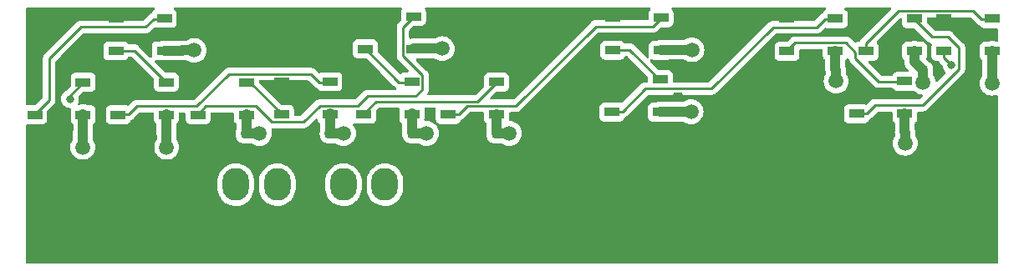
<source format=gbr>
%TF.GenerationSoftware,KiCad,Pcbnew,(6.0.9)*%
%TF.CreationDate,2023-04-01T14:39:57-08:00*%
%TF.ProjectId,LEFT CIRCUIT BREAKER,4c454654-2043-4495-9243-554954204252,1*%
%TF.SameCoordinates,Original*%
%TF.FileFunction,Copper,L1,Top*%
%TF.FilePolarity,Positive*%
%FSLAX46Y46*%
G04 Gerber Fmt 4.6, Leading zero omitted, Abs format (unit mm)*
G04 Created by KiCad (PCBNEW (6.0.9)) date 2023-04-01 14:39:57*
%MOMM*%
%LPD*%
G01*
G04 APERTURE LIST*
G04 Aperture macros list*
%AMRoundRect*
0 Rectangle with rounded corners*
0 $1 Rounding radius*
0 $2 $3 $4 $5 $6 $7 $8 $9 X,Y pos of 4 corners*
0 Add a 4 corners polygon primitive as box body*
4,1,4,$2,$3,$4,$5,$6,$7,$8,$9,$2,$3,0*
0 Add four circle primitives for the rounded corners*
1,1,$1+$1,$2,$3*
1,1,$1+$1,$4,$5*
1,1,$1+$1,$6,$7*
1,1,$1+$1,$8,$9*
0 Add four rect primitives between the rounded corners*
20,1,$1+$1,$2,$3,$4,$5,0*
20,1,$1+$1,$4,$5,$6,$7,0*
20,1,$1+$1,$6,$7,$8,$9,0*
20,1,$1+$1,$8,$9,$2,$3,0*%
G04 Aperture macros list end*
%TA.AperFunction,SMDPad,CuDef*%
%ADD10RoundRect,0.225000X-0.225000X-0.250000X0.225000X-0.250000X0.225000X0.250000X-0.225000X0.250000X0*%
%TD*%
%TA.AperFunction,SMDPad,CuDef*%
%ADD11RoundRect,0.225000X-0.250000X0.225000X-0.250000X-0.225000X0.250000X-0.225000X0.250000X0.225000X0*%
%TD*%
%TA.AperFunction,SMDPad,CuDef*%
%ADD12RoundRect,0.225000X0.225000X0.250000X-0.225000X0.250000X-0.225000X-0.250000X0.225000X-0.250000X0*%
%TD*%
%TA.AperFunction,SMDPad,CuDef*%
%ADD13R,1.500000X0.900000*%
%TD*%
%TA.AperFunction,ComponentPad*%
%ADD14RoundRect,0.250001X-1.099999X-1.399999X1.099999X-1.399999X1.099999X1.399999X-1.099999X1.399999X0*%
%TD*%
%TA.AperFunction,ComponentPad*%
%ADD15O,2.700000X3.300000*%
%TD*%
%TA.AperFunction,ViaPad*%
%ADD16C,1.500000*%
%TD*%
%TA.AperFunction,ViaPad*%
%ADD17C,0.800000*%
%TD*%
%TA.AperFunction,Conductor*%
%ADD18C,1.000000*%
%TD*%
%TA.AperFunction,Conductor*%
%ADD19C,0.750000*%
%TD*%
%TA.AperFunction,Conductor*%
%ADD20C,0.250000*%
%TD*%
G04 APERTURE END LIST*
D10*
%TO.P,C2,1*%
%TO.N,/LED+5V*%
X16715840Y1175720D03*
%TO.P,C2,2*%
%TO.N,/LEDGND*%
X18265840Y1175720D03*
%TD*%
D11*
%TO.P,C3,1*%
%TO.N,/LED+5V*%
X28378840Y11163220D03*
%TO.P,C3,2*%
%TO.N,/LEDGND*%
X28378840Y9613220D03*
%TD*%
D10*
%TO.P,C4,1*%
%TO.N,/LED+5V*%
X25215840Y1175720D03*
%TO.P,C4,2*%
%TO.N,/LEDGND*%
X26765840Y1175720D03*
%TD*%
%TO.P,C5,1*%
%TO.N,/LED+5V*%
X33215840Y1175720D03*
%TO.P,C5,2*%
%TO.N,/LEDGND*%
X34765840Y1175720D03*
%TD*%
%TO.P,C6,1*%
%TO.N,/LED+5V*%
X41715840Y1175720D03*
%TO.P,C6,2*%
%TO.N,/LEDGND*%
X43265840Y1175720D03*
%TD*%
D11*
%TO.P,C7,1*%
%TO.N,/LED+5V*%
X53578840Y11338220D03*
%TO.P,C7,2*%
%TO.N,/LEDGND*%
X53578840Y9788220D03*
%TD*%
D10*
%TO.P,C8,1*%
%TO.N,/LED+5V*%
X50115840Y1175720D03*
%TO.P,C8,2*%
%TO.N,/LEDGND*%
X51665840Y1175720D03*
%TD*%
%TO.P,C9,1*%
%TO.N,/LED+5V*%
X58615840Y1175720D03*
%TO.P,C9,2*%
%TO.N,/LEDGND*%
X60165840Y1175720D03*
%TD*%
D11*
%TO.P,C11,1*%
%TO.N,/LED+5V*%
X78578840Y4938220D03*
%TO.P,C11,2*%
%TO.N,/LEDGND*%
X78578840Y3388220D03*
%TD*%
D10*
%TO.P,C12,1*%
%TO.N,/LED+5V*%
X93015840Y7575720D03*
%TO.P,C12,2*%
%TO.N,/LEDGND*%
X94565840Y7575720D03*
%TD*%
%TO.P,C13,1*%
%TO.N,/LED+5V*%
X100015840Y1275720D03*
%TO.P,C13,2*%
%TO.N,/LEDGND*%
X101565840Y1275720D03*
%TD*%
D12*
%TO.P,C14,1*%
%TO.N,/LED+5V*%
X104941840Y7575720D03*
%TO.P,C14,2*%
%TO.N,/LEDGND*%
X103391840Y7575720D03*
%TD*%
D11*
%TO.P,C10,1*%
%TO.N,/LED+5V*%
X78678840Y11238220D03*
%TO.P,C10,2*%
%TO.N,/LEDGND*%
X78678840Y9688220D03*
%TD*%
D10*
%TO.P,C15,1*%
%TO.N,/LED+5V*%
X108815840Y7575720D03*
%TO.P,C15,2*%
%TO.N,/LEDGND*%
X110365840Y7575720D03*
%TD*%
D13*
%TO.P,D1,1*%
%TO.N,/LED+5V*%
X13414840Y6369320D03*
%TO.P,D1,2*%
%TO.N,Net-(D1-Pad2)*%
X13414840Y3069320D03*
%TO.P,D1,3*%
%TO.N,/LEDGND*%
X18314840Y3069320D03*
%TO.P,D1,4*%
%TO.N,/DATAIN*%
X18314840Y6369320D03*
%TD*%
%TO.P,D2,1*%
%TO.N,/LED+5V*%
X21632840Y12846520D03*
%TO.P,D2,2*%
%TO.N,Net-(D2-Pad2)*%
X21632840Y9546520D03*
%TO.P,D2,3*%
%TO.N,/LEDGND*%
X26532840Y9546520D03*
%TO.P,D2,4*%
%TO.N,Net-(D1-Pad2)*%
X26532840Y12846520D03*
%TD*%
%TO.P,D3,1*%
%TO.N,/LED+5V*%
X21861840Y6369520D03*
%TO.P,D3,2*%
%TO.N,Net-(D3-Pad2)*%
X21861840Y3069520D03*
%TO.P,D3,3*%
%TO.N,/LEDGND*%
X26761840Y3069520D03*
%TO.P,D3,4*%
%TO.N,Net-(D2-Pad2)*%
X26761840Y6369520D03*
%TD*%
%TO.P,D4,1*%
%TO.N,/LED+5V*%
X29936840Y6369520D03*
%TO.P,D4,2*%
%TO.N,Net-(D4-Pad2)*%
X29936840Y3069520D03*
%TO.P,D4,3*%
%TO.N,/LEDGND*%
X34836840Y3069520D03*
%TO.P,D4,4*%
%TO.N,Net-(D4-Pad4)*%
X34836840Y6369520D03*
%TD*%
%TO.P,D5,1*%
%TO.N,/LED+5V*%
X38396840Y6420320D03*
%TO.P,D5,2*%
%TO.N,Net-(D4-Pad4)*%
X38396840Y3120320D03*
%TO.P,D5,3*%
%TO.N,/LEDGND*%
X43296840Y3120320D03*
%TO.P,D5,4*%
%TO.N,Net-(D3-Pad2)*%
X43296840Y6420320D03*
%TD*%
%TO.P,D6,1*%
%TO.N,/LED+5V*%
X46877840Y13049720D03*
%TO.P,D6,2*%
%TO.N,Net-(D6-Pad2)*%
X46877840Y9749720D03*
%TO.P,D6,3*%
%TO.N,/LEDGND*%
X51777840Y9749720D03*
%TO.P,D6,4*%
%TO.N,Net-(D4-Pad2)*%
X51777840Y13049720D03*
%TD*%
%TO.P,D7,1*%
%TO.N,/LED+5V*%
X46702840Y6420320D03*
%TO.P,D7,2*%
%TO.N,Net-(D7-Pad2)*%
X46702840Y3120320D03*
%TO.P,D7,3*%
%TO.N,/LEDGND*%
X51602840Y3120320D03*
%TO.P,D7,4*%
%TO.N,Net-(D6-Pad2)*%
X51602840Y6420320D03*
%TD*%
%TO.P,D8,1*%
%TO.N,/LED+5V*%
X55299840Y6394720D03*
%TO.P,D8,2*%
%TO.N,Net-(D8-Pad2)*%
X55299840Y3094720D03*
%TO.P,D8,3*%
%TO.N,/LEDGND*%
X60199840Y3094720D03*
%TO.P,D8,4*%
%TO.N,Net-(D7-Pad2)*%
X60199840Y6394720D03*
%TD*%
%TO.P,D9,1*%
%TO.N,/LED+5V*%
X71936840Y12922520D03*
%TO.P,D9,2*%
%TO.N,Net-(D10-Pad4)*%
X71936840Y9622520D03*
%TO.P,D9,3*%
%TO.N,/LEDGND*%
X76836840Y9622520D03*
%TO.P,D9,4*%
%TO.N,Net-(D8-Pad2)*%
X76836840Y12922520D03*
%TD*%
%TO.P,D10,1*%
%TO.N,/LED+5V*%
X71859840Y6648720D03*
%TO.P,D10,2*%
%TO.N,Net-(D10-Pad2)*%
X71859840Y3348720D03*
%TO.P,D10,3*%
%TO.N,/LEDGND*%
X76759840Y3348720D03*
%TO.P,D10,4*%
%TO.N,Net-(D10-Pad4)*%
X76759840Y6648720D03*
%TD*%
%TO.P,D11,1*%
%TO.N,/LED+5V*%
X89602840Y12821120D03*
%TO.P,D11,2*%
%TO.N,Net-(D11-Pad2)*%
X89602840Y9521120D03*
%TO.P,D11,3*%
%TO.N,/LEDGND*%
X94502840Y9521120D03*
%TO.P,D11,4*%
%TO.N,Net-(D10-Pad2)*%
X94502840Y12821120D03*
%TD*%
%TO.P,D13,1*%
%TO.N,/LED+5V*%
X97603840Y12821120D03*
%TO.P,D13,2*%
%TO.N,Net-(D13-Pad2)*%
X97603840Y9521120D03*
%TO.P,D13,3*%
%TO.N,/LEDGND*%
X102503840Y9521120D03*
%TO.P,D13,4*%
%TO.N,Net-(D12-Pad2)*%
X102503840Y12821120D03*
%TD*%
%TO.P,D14,1*%
%TO.N,/LED+5V*%
X105477840Y12821120D03*
%TO.P,D14,2*%
%TO.N,/DATAOUT*%
X105477840Y9521120D03*
%TO.P,D14,3*%
%TO.N,/LEDGND*%
X110377840Y9521120D03*
%TO.P,D14,4*%
%TO.N,Net-(D13-Pad2)*%
X110377840Y12821120D03*
%TD*%
%TO.P,D12,1*%
%TO.N,/LED+5V*%
X96638840Y6471120D03*
%TO.P,D12,2*%
%TO.N,Net-(D12-Pad2)*%
X96638840Y3171120D03*
%TO.P,D12,3*%
%TO.N,/LEDGND*%
X101538840Y3171120D03*
%TO.P,D12,4*%
%TO.N,Net-(D11-Pad2)*%
X101538840Y6471120D03*
%TD*%
D14*
%TO.P,J1,1*%
%TO.N,/LED+5V*%
X33778840Y-9524280D03*
D15*
%TO.P,J1,2*%
X37978840Y-9524280D03*
%TO.P,J1,3*%
%TO.N,/LEDGND*%
X33778840Y-4024280D03*
%TO.P,J1,4*%
%TO.N,/DATAIN*%
X37978840Y-4024280D03*
%TD*%
D14*
%TO.P,J2,1*%
%TO.N,/LED+5V*%
X44678840Y-9524280D03*
D15*
%TO.P,J2,2*%
X48878840Y-9524280D03*
%TO.P,J2,3*%
%TO.N,/LEDGND*%
X44678840Y-4024280D03*
%TO.P,J2,4*%
%TO.N,/DATAOUT*%
X48878840Y-4024280D03*
%TD*%
D16*
%TO.N,/LEDGND*%
X79978840Y9675720D03*
X36178840Y1175720D03*
X110378840Y6275720D03*
X94578840Y6475720D03*
X103378840Y6375720D03*
X54678840Y9775720D03*
X79878840Y3375720D03*
X53078840Y1175720D03*
X29553840Y9600720D03*
X26778840Y-224280D03*
X61478840Y1175720D03*
X101578840Y175720D03*
X18278840Y-224280D03*
X44678840Y1175720D03*
D17*
%TO.N,/DATAIN*%
X16978840Y4675720D03*
%TO.N,/DATAOUT*%
X106278840Y8075720D03*
%TD*%
D18*
%TO.N,/LEDGND*%
X60199840Y3144720D02*
X60199840Y1196720D01*
X78578840Y3375720D02*
X79878840Y3375720D01*
X34778840Y1175720D02*
X36178840Y1175720D01*
X28374840Y9596520D02*
X28378840Y9600720D01*
X76759840Y3398720D02*
X78555840Y3398720D01*
X51602840Y3170320D02*
X51602840Y1251720D01*
X101538840Y3221120D02*
X101538840Y1315720D01*
X110378340Y7576220D02*
X110378840Y7575720D01*
D19*
X60188840Y1186220D02*
X60178340Y1175720D01*
D18*
X26532840Y9596520D02*
X28374840Y9596520D01*
D19*
X26778340Y1176220D02*
X26778340Y1175720D01*
D18*
X43296840Y1193720D02*
X43287840Y1184720D01*
X60199840Y1196720D02*
X60189340Y1186220D01*
X53554840Y9799720D02*
X53578840Y9775720D01*
D19*
X51678340Y1176220D02*
X51678340Y1175720D01*
X103378840Y6375720D02*
X103378840Y6475720D01*
D18*
X101538840Y1315720D02*
X101578340Y1276220D01*
D19*
X103379340Y7575720D02*
X103378840Y7575720D01*
D18*
X43296840Y3170320D02*
X43296840Y1193720D01*
X34836840Y3119520D02*
X34836840Y1233720D01*
D19*
X101578340Y1276220D02*
X101578340Y1275720D01*
D18*
X101578840Y1275720D02*
X101578840Y175720D01*
D19*
X110378340Y7576220D02*
X110378340Y7575720D01*
D18*
X51602840Y1251720D02*
X51678340Y1176220D01*
D19*
X18296340Y1193720D02*
X18278340Y1175720D01*
D18*
X18314840Y1211720D02*
X18296840Y1193720D01*
X60189340Y1186220D02*
X60178840Y1175720D01*
X102503840Y8450720D02*
X103378840Y7575720D01*
X76839840Y9675720D02*
X76836840Y9672520D01*
X103378840Y7575720D02*
X103378840Y6475720D01*
X110377840Y7576720D02*
X110378340Y7576220D01*
D19*
X34807340Y1204720D02*
X34778340Y1175720D01*
D18*
X78678840Y9675720D02*
X76839840Y9675720D01*
X110377840Y9571120D02*
X110377840Y7576720D01*
D19*
X43287340Y1184720D02*
X43278340Y1175720D01*
D18*
X18314840Y3119320D02*
X18314840Y1211720D01*
D19*
X34807840Y1204720D02*
X34807340Y1204720D01*
D18*
X94502840Y7651720D02*
X94578340Y7576220D01*
X110378840Y7575720D02*
X110378840Y6275720D01*
X43278840Y1175720D02*
X44678840Y1175720D01*
X34807840Y1204720D02*
X34778840Y1175720D01*
X26761840Y1192720D02*
X26778340Y1176220D01*
X78555840Y3398720D02*
X78578840Y3375720D01*
X51678840Y1175720D02*
X53078840Y1175720D01*
X101578340Y1276220D02*
X101578840Y1275720D01*
X26761840Y3119520D02*
X26761840Y1192720D01*
X94502840Y9571120D02*
X94502840Y7651720D01*
D19*
X43287840Y1184720D02*
X43287340Y1184720D01*
D18*
X53578840Y9775720D02*
X54678840Y9775720D01*
X78678840Y9675720D02*
X79978840Y9675720D01*
X43287840Y1184720D02*
X43278840Y1175720D01*
X51777840Y9799720D02*
X53554840Y9799720D01*
X94578840Y7575720D02*
X94578840Y6475720D01*
D19*
X94578340Y7576220D02*
X94578340Y7575720D01*
D18*
X34836840Y1233720D02*
X34807840Y1204720D01*
D19*
X60189340Y1186220D02*
X60188840Y1186220D01*
D18*
X18296840Y1193720D02*
X18278840Y1175720D01*
X102503840Y9571120D02*
X102503840Y8450720D01*
X60178840Y1175720D02*
X61478840Y1175720D01*
X26778340Y1176220D02*
X26778840Y1175720D01*
X28378840Y9600720D02*
X29553840Y9600720D01*
X26778840Y1175720D02*
X26778840Y-224280D01*
X94578340Y7576220D02*
X94578840Y7575720D01*
D19*
X18296840Y1193720D02*
X18296340Y1193720D01*
D18*
X51678340Y1176220D02*
X51678840Y1175720D01*
X18278840Y1175720D02*
X18278840Y-224280D01*
D20*
%TO.N,Net-(D1-Pad2)*%
X18074340Y11971220D02*
X14878840Y8775720D01*
X14878840Y4583320D02*
X13414840Y3119320D01*
X14878840Y8775720D02*
X14878840Y4583320D01*
X26532840Y12796520D02*
X25457540Y12796520D01*
X24632240Y11971220D02*
X18074340Y11971220D01*
X25457540Y12796520D02*
X24632240Y11971220D01*
%TO.N,Net-(D2-Pad2)*%
X21632840Y9596520D02*
X23484840Y9596520D01*
X23484840Y9596520D02*
X26761840Y6319520D01*
%TO.N,Net-(D3-Pad2)*%
X23762440Y3944820D02*
X29823240Y3944820D01*
X41396240Y7195620D02*
X42221540Y6370320D01*
X33074040Y7195620D02*
X41396240Y7195620D01*
X22937140Y3119520D02*
X23762440Y3944820D01*
X21861840Y3119520D02*
X22937140Y3119520D01*
X43296840Y6370320D02*
X42221540Y6370320D01*
X29823240Y3944820D02*
X33074040Y7195620D01*
%TO.N,Net-(D4-Pad2)*%
X29936840Y3119520D02*
X30761841Y3944521D01*
X42286839Y3995321D02*
X46162843Y3995321D01*
X30761841Y3944521D02*
X35787637Y3944521D01*
X40636837Y2345319D02*
X42286839Y3995321D01*
X52011041Y4943519D02*
X52677841Y5610319D01*
X37386839Y2345319D02*
X40636837Y2345319D01*
X50702839Y9039719D02*
X50702839Y11924719D01*
X50702839Y11924719D02*
X51777840Y12999720D01*
X35787637Y3944521D02*
X37386839Y2345319D01*
X52677841Y5610319D02*
X52677841Y7064717D01*
X52677841Y7064717D02*
X50702839Y9039719D01*
X47111041Y4943519D02*
X52011041Y4943519D01*
X46162843Y3995321D02*
X47111041Y4943519D01*
%TO.N,Net-(D4-Pad4)*%
X35247640Y6319520D02*
X38396840Y3170320D01*
X34836840Y6319520D02*
X35247640Y6319520D01*
%TO.N,Net-(D6-Pad2)*%
X51602840Y6370320D02*
X50307240Y6370320D01*
X50307240Y6370320D02*
X46877840Y9799720D01*
%TO.N,Net-(D7-Pad2)*%
X47952549Y4420029D02*
X58275149Y4420029D01*
X46702840Y3170320D02*
X47952549Y4420029D01*
X58275149Y4420029D02*
X60199840Y6344720D01*
%TO.N,Net-(D8-Pad2)*%
X70231940Y12047220D02*
X62154740Y3970020D01*
X76011540Y12047220D02*
X70231940Y12047220D01*
X76836840Y12872520D02*
X76011540Y12047220D01*
X62154740Y3970020D02*
X57200440Y3970020D01*
X56375140Y3144720D02*
X55299840Y3144720D01*
X57200440Y3970020D02*
X56375140Y3144720D01*
%TO.N,Net-(D10-Pad4)*%
X73686040Y9672520D02*
X76759840Y6598720D01*
X71936840Y9672520D02*
X73686040Y9672520D01*
%TO.N,Net-(D10-Pad2)*%
X94502840Y12771120D02*
X93427540Y12771120D01*
X81941240Y5714420D02*
X88172640Y11945820D01*
X88172640Y11945820D02*
X92602240Y11945820D01*
X92602240Y11945820D02*
X93427540Y12771120D01*
X75250840Y5714420D02*
X81941240Y5714420D01*
X71859840Y3398720D02*
X72935140Y3398720D01*
X72935140Y3398720D02*
X75250840Y5714420D01*
%TO.N,Net-(D11-Pad2)*%
X96528839Y9425721D02*
X96528839Y8811119D01*
X98918838Y6421120D02*
X101538840Y6421120D01*
X95558439Y10396121D02*
X96528839Y9425721D01*
X96528839Y8811119D02*
X98918838Y6421120D01*
X90427841Y10396121D02*
X95558439Y10396121D01*
X89602840Y9571120D02*
X90427841Y10396121D01*
%TO.N,Net-(D12-Pad2)*%
X98539440Y4046420D02*
X97714140Y3221120D01*
X105908242Y10975720D02*
X107016540Y9867422D01*
X102503840Y12771120D02*
X104299240Y10975720D01*
X97714140Y3221120D02*
X96638840Y3221120D01*
X107016540Y7709920D02*
X103353040Y4046420D01*
X103353040Y4046420D02*
X98539440Y4046420D01*
X107016540Y9867422D02*
X107016540Y7709920D01*
X104299240Y10975720D02*
X105908242Y10975720D01*
%TO.N,Net-(D13-Pad2)*%
X100879140Y13596420D02*
X108477240Y13596420D01*
X97603840Y10321120D02*
X100879140Y13596420D01*
X109302540Y12771120D02*
X110377840Y12771120D01*
X108477240Y13596420D02*
X109302540Y12771120D01*
X97603840Y9571120D02*
X97603840Y10321120D01*
%TO.N,/DATAIN*%
X16978840Y4675720D02*
X16978840Y4983320D01*
X16978840Y4983320D02*
X18314840Y6319320D01*
%TO.N,/DATAOUT*%
X106278840Y8075720D02*
X106278840Y8075720D01*
X105477840Y8876720D02*
X105978840Y8375720D01*
X105477840Y9571120D02*
X105477840Y8876720D01*
X105978840Y8375720D02*
X106278840Y8075720D01*
%TD*%
%TA.AperFunction,Conductor*%
%TO.N,/LED+5V*%
G36*
X50558932Y13947218D02*
G01*
X50605425Y13893562D01*
X50615529Y13823288D01*
X50591637Y13765655D01*
X50586431Y13758708D01*
X50577225Y13746425D01*
X50526095Y13610036D01*
X50519340Y13547854D01*
X50519340Y12689315D01*
X50499338Y12621194D01*
X50482435Y12600220D01*
X50310586Y12428371D01*
X50302300Y12420831D01*
X50295821Y12416719D01*
X50253472Y12371621D01*
X50249196Y12367068D01*
X50246441Y12364226D01*
X50226704Y12344489D01*
X50224224Y12341292D01*
X50216521Y12332272D01*
X50186253Y12300040D01*
X50182434Y12293094D01*
X50182432Y12293091D01*
X50176491Y12282285D01*
X50165640Y12265766D01*
X50153225Y12249760D01*
X50150080Y12242491D01*
X50150077Y12242487D01*
X50135665Y12209182D01*
X50130448Y12198532D01*
X50109144Y12159779D01*
X50107173Y12152104D01*
X50107173Y12152103D01*
X50104106Y12140157D01*
X50097702Y12121453D01*
X50089658Y12102864D01*
X50088419Y12095041D01*
X50088416Y12095031D01*
X50082740Y12059195D01*
X50080334Y12047575D01*
X50073744Y12021905D01*
X50069339Y12004749D01*
X50069339Y11984495D01*
X50067788Y11964785D01*
X50064619Y11944776D01*
X50065365Y11936884D01*
X50068780Y11900758D01*
X50069339Y11888900D01*
X50069339Y9118486D01*
X50068812Y9107303D01*
X50067137Y9099810D01*
X50067386Y9091884D01*
X50067386Y9091883D01*
X50069277Y9031733D01*
X50069339Y9027774D01*
X50069339Y8999863D01*
X50069836Y8995929D01*
X50069836Y8995928D01*
X50069844Y8995863D01*
X50070777Y8984026D01*
X50072166Y8939830D01*
X50074709Y8931078D01*
X50077817Y8920380D01*
X50081826Y8901019D01*
X50084365Y8880922D01*
X50087284Y8873551D01*
X50087284Y8873549D01*
X50100643Y8839807D01*
X50104488Y8828577D01*
X50114610Y8793736D01*
X50116821Y8786126D01*
X50120854Y8779307D01*
X50120856Y8779302D01*
X50127132Y8768691D01*
X50135827Y8750943D01*
X50143287Y8732102D01*
X50147949Y8725686D01*
X50147949Y8725685D01*
X50169275Y8696332D01*
X50175791Y8686412D01*
X50191502Y8659847D01*
X50198297Y8648357D01*
X50212618Y8634036D01*
X50225458Y8619003D01*
X50237367Y8602612D01*
X50260786Y8583238D01*
X50271444Y8574421D01*
X50280223Y8566431D01*
X51252739Y7593915D01*
X51286765Y7531603D01*
X51281700Y7460788D01*
X51239153Y7403952D01*
X51172633Y7379141D01*
X51163644Y7378820D01*
X50804706Y7378820D01*
X50742524Y7372065D01*
X50606135Y7320935D01*
X50521155Y7257246D01*
X50491427Y7234966D01*
X50424921Y7210118D01*
X50355538Y7225171D01*
X50326767Y7246697D01*
X48173245Y9400220D01*
X48139219Y9462532D01*
X48136340Y9489315D01*
X48136340Y10247854D01*
X48129585Y10310036D01*
X48078455Y10446425D01*
X47991101Y10562981D01*
X47874545Y10650335D01*
X47738156Y10701465D01*
X47675974Y10708220D01*
X46079706Y10708220D01*
X46017524Y10701465D01*
X45881135Y10650335D01*
X45764579Y10562981D01*
X45677225Y10446425D01*
X45626095Y10310036D01*
X45619340Y10247854D01*
X45619340Y9251586D01*
X45626095Y9189404D01*
X45677225Y9053015D01*
X45764579Y8936459D01*
X45881135Y8849105D01*
X46017524Y8797975D01*
X46079706Y8791220D01*
X46938246Y8791220D01*
X47006367Y8771218D01*
X47027341Y8754315D01*
X48415639Y7366016D01*
X49803588Y5978067D01*
X49811128Y5969781D01*
X49815240Y5963302D01*
X49821017Y5957877D01*
X49864891Y5916677D01*
X49867733Y5913922D01*
X49887470Y5894185D01*
X49890667Y5891705D01*
X49899687Y5884002D01*
X49931919Y5853734D01*
X49938865Y5849915D01*
X49938868Y5849913D01*
X49949674Y5843972D01*
X49966193Y5833121D01*
X49982199Y5820706D01*
X49989470Y5817559D01*
X49996297Y5813522D01*
X49995245Y5811743D01*
X50041511Y5773243D01*
X50062870Y5705535D01*
X50044232Y5637029D01*
X49991516Y5589473D01*
X49936895Y5577019D01*
X47189804Y5577019D01*
X47178620Y5577546D01*
X47171132Y5579220D01*
X47163209Y5578971D01*
X47103074Y5577081D01*
X47099116Y5577019D01*
X47071185Y5577019D01*
X47067270Y5576524D01*
X47067266Y5576524D01*
X47067208Y5576516D01*
X47067179Y5576513D01*
X47055337Y5575580D01*
X47011151Y5574192D01*
X46998460Y5570505D01*
X46991699Y5568541D01*
X46972347Y5564533D01*
X46960109Y5562987D01*
X46960107Y5562986D01*
X46952244Y5561993D01*
X46911127Y5545713D01*
X46899926Y5541878D01*
X46857447Y5529537D01*
X46850628Y5525504D01*
X46850623Y5525502D01*
X46840012Y5519226D01*
X46822262Y5510529D01*
X46803424Y5503071D01*
X46797008Y5498410D01*
X46797007Y5498409D01*
X46767666Y5477091D01*
X46757742Y5470572D01*
X46726501Y5452097D01*
X46726496Y5452093D01*
X46719678Y5448061D01*
X46705354Y5433737D01*
X46690322Y5420898D01*
X46673934Y5408991D01*
X46653939Y5384821D01*
X46645753Y5374926D01*
X46637763Y5366146D01*
X45937343Y4665726D01*
X45875031Y4631700D01*
X45848248Y4628821D01*
X42365606Y4628821D01*
X42354423Y4629348D01*
X42346930Y4631023D01*
X42339004Y4630774D01*
X42339003Y4630774D01*
X42278853Y4628883D01*
X42274894Y4628821D01*
X42246983Y4628821D01*
X42243049Y4628324D01*
X42243048Y4628324D01*
X42242983Y4628316D01*
X42231146Y4627383D01*
X42199329Y4626383D01*
X42194868Y4626243D01*
X42186949Y4625994D01*
X42173638Y4622127D01*
X42167497Y4620343D01*
X42148145Y4616335D01*
X42141074Y4615441D01*
X42128042Y4613795D01*
X42120673Y4610878D01*
X42120671Y4610877D01*
X42086936Y4597521D01*
X42075708Y4593676D01*
X42033246Y4581339D01*
X42026424Y4577305D01*
X42026418Y4577302D01*
X42015807Y4571027D01*
X41998057Y4562331D01*
X41986595Y4557793D01*
X41986590Y4557790D01*
X41979222Y4554873D01*
X41972807Y4550212D01*
X41943464Y4528894D01*
X41933546Y4522378D01*
X41915816Y4511892D01*
X41895476Y4499863D01*
X41881152Y4485539D01*
X41866120Y4472700D01*
X41849732Y4460793D01*
X41835638Y4443756D01*
X41821551Y4426728D01*
X41813561Y4417948D01*
X40411337Y3015724D01*
X40349025Y2981698D01*
X40322242Y2978819D01*
X39781340Y2978819D01*
X39713219Y2998821D01*
X39666726Y3052477D01*
X39655340Y3104819D01*
X39655340Y3618454D01*
X39648585Y3680636D01*
X39597455Y3817025D01*
X39510101Y3933581D01*
X39393545Y4020935D01*
X39257156Y4072065D01*
X39194974Y4078820D01*
X38436435Y4078820D01*
X38368314Y4098822D01*
X38347340Y4115725D01*
X36132245Y6330820D01*
X36098219Y6393132D01*
X36095340Y6419915D01*
X36095340Y6436120D01*
X36115342Y6504241D01*
X36168998Y6550734D01*
X36221340Y6562120D01*
X41081646Y6562120D01*
X41149767Y6542118D01*
X41170741Y6525215D01*
X41717883Y5978073D01*
X41725427Y5969783D01*
X41729540Y5963302D01*
X41735317Y5957877D01*
X41779207Y5916662D01*
X41782034Y5913922D01*
X41801770Y5894186D01*
X41804960Y5891712D01*
X41813987Y5884002D01*
X41846219Y5853734D01*
X41854732Y5849054D01*
X41863972Y5843974D01*
X41880496Y5833121D01*
X41896499Y5820707D01*
X41937083Y5803144D01*
X41947713Y5797937D01*
X41986480Y5776625D01*
X41994157Y5774654D01*
X41994162Y5774652D01*
X42006098Y5771588D01*
X42024806Y5765183D01*
X42041762Y5757846D01*
X42043397Y5757138D01*
X42043039Y5756311D01*
X42097226Y5721709D01*
X42103062Y5714492D01*
X42183579Y5607059D01*
X42300135Y5519705D01*
X42436524Y5468575D01*
X42498706Y5461820D01*
X44094974Y5461820D01*
X44157156Y5468575D01*
X44293545Y5519705D01*
X44410101Y5607059D01*
X44497455Y5723615D01*
X44548585Y5860004D01*
X44555340Y5922186D01*
X44555340Y6918454D01*
X44548585Y6980636D01*
X44497455Y7117025D01*
X44410101Y7233581D01*
X44293545Y7320935D01*
X44157156Y7372065D01*
X44094974Y7378820D01*
X42498706Y7378820D01*
X42436524Y7372065D01*
X42417017Y7364752D01*
X42308539Y7324086D01*
X42308536Y7324084D01*
X42300135Y7320935D01*
X42295930Y7317784D01*
X42228403Y7303015D01*
X42161855Y7327751D01*
X42148156Y7339609D01*
X41899892Y7587873D01*
X41892352Y7596159D01*
X41888240Y7602638D01*
X41869822Y7619934D01*
X41838589Y7649263D01*
X41835747Y7652018D01*
X41816010Y7671755D01*
X41812813Y7674235D01*
X41803791Y7681940D01*
X41784606Y7699956D01*
X41771561Y7712206D01*
X41764615Y7716025D01*
X41764612Y7716027D01*
X41753806Y7721968D01*
X41737287Y7732819D01*
X41735927Y7733874D01*
X41721281Y7745234D01*
X41714012Y7748379D01*
X41714008Y7748382D01*
X41680703Y7762794D01*
X41670053Y7768011D01*
X41631300Y7789315D01*
X41611677Y7794353D01*
X41592974Y7800757D01*
X41581660Y7805653D01*
X41581659Y7805653D01*
X41574385Y7808801D01*
X41566562Y7810040D01*
X41566552Y7810043D01*
X41530716Y7815719D01*
X41519096Y7818125D01*
X41483951Y7827148D01*
X41483950Y7827148D01*
X41476270Y7829120D01*
X41456016Y7829120D01*
X41436305Y7830671D01*
X41433774Y7831072D01*
X41416297Y7833840D01*
X41408405Y7833094D01*
X41372279Y7829679D01*
X41360421Y7829120D01*
X33152803Y7829120D01*
X33141619Y7829647D01*
X33134131Y7831321D01*
X33126208Y7831072D01*
X33066073Y7829182D01*
X33062115Y7829120D01*
X33034184Y7829120D01*
X33030269Y7828625D01*
X33030265Y7828625D01*
X33030207Y7828617D01*
X33030178Y7828614D01*
X33018336Y7827681D01*
X32974150Y7826293D01*
X32956784Y7821248D01*
X32954698Y7820642D01*
X32935346Y7816634D01*
X32923108Y7815088D01*
X32923106Y7815087D01*
X32915243Y7814094D01*
X32874126Y7797814D01*
X32862925Y7793979D01*
X32820446Y7781638D01*
X32813627Y7777605D01*
X32813622Y7777603D01*
X32803011Y7771327D01*
X32785261Y7762630D01*
X32766423Y7755172D01*
X32760007Y7750511D01*
X32760006Y7750510D01*
X32730665Y7729192D01*
X32720741Y7722673D01*
X32689500Y7704198D01*
X32689495Y7704194D01*
X32682677Y7700162D01*
X32668353Y7685838D01*
X32653321Y7672999D01*
X32636933Y7661092D01*
X32610018Y7628557D01*
X32608752Y7627027D01*
X32600762Y7618247D01*
X29597740Y4615225D01*
X29535428Y4581199D01*
X29508645Y4578320D01*
X23841203Y4578320D01*
X23830019Y4578847D01*
X23822531Y4580521D01*
X23814608Y4580272D01*
X23754473Y4578382D01*
X23750515Y4578320D01*
X23722584Y4578320D01*
X23718669Y4577825D01*
X23718665Y4577825D01*
X23718607Y4577817D01*
X23718578Y4577814D01*
X23706736Y4576881D01*
X23662550Y4575493D01*
X23647618Y4571155D01*
X23643098Y4569842D01*
X23623746Y4565834D01*
X23611508Y4564288D01*
X23611506Y4564287D01*
X23603643Y4563294D01*
X23562526Y4547014D01*
X23551325Y4543179D01*
X23508846Y4530838D01*
X23502027Y4526805D01*
X23502022Y4526803D01*
X23491411Y4520527D01*
X23473661Y4511830D01*
X23454823Y4504372D01*
X23448407Y4499711D01*
X23448406Y4499710D01*
X23419065Y4478392D01*
X23409141Y4471873D01*
X23377900Y4453398D01*
X23377895Y4453394D01*
X23371077Y4449362D01*
X23356753Y4435038D01*
X23341721Y4422199D01*
X23325333Y4410292D01*
X23297152Y4376227D01*
X23289162Y4367447D01*
X22940133Y4018418D01*
X22877821Y3984392D01*
X22806809Y3989531D01*
X22729558Y4018491D01*
X22729552Y4018493D01*
X22722156Y4021265D01*
X22659974Y4028020D01*
X21063706Y4028020D01*
X21001524Y4021265D01*
X20865135Y3970135D01*
X20748579Y3882781D01*
X20661225Y3766225D01*
X20610095Y3629836D01*
X20603340Y3567654D01*
X20603340Y2571386D01*
X20610095Y2509204D01*
X20661225Y2372815D01*
X20748579Y2256259D01*
X20865135Y2168905D01*
X21001524Y2117775D01*
X21063706Y2111020D01*
X22659974Y2111020D01*
X22722156Y2117775D01*
X22858545Y2168905D01*
X22975101Y2256259D01*
X23062455Y2372815D01*
X23092206Y2452175D01*
X23134848Y2508939D01*
X23175035Y2528941D01*
X23190733Y2533502D01*
X23197552Y2537535D01*
X23197557Y2537537D01*
X23208168Y2543813D01*
X23225916Y2552508D01*
X23244757Y2559968D01*
X23260198Y2571186D01*
X23280527Y2585956D01*
X23290447Y2592472D01*
X23321675Y2610940D01*
X23321678Y2610942D01*
X23328502Y2614978D01*
X23342823Y2629299D01*
X23357857Y2642140D01*
X23362362Y2645413D01*
X23374247Y2654048D01*
X23402438Y2688125D01*
X23410428Y2696904D01*
X23987939Y3274415D01*
X24050251Y3308441D01*
X24077034Y3311320D01*
X25377340Y3311320D01*
X25445461Y3291318D01*
X25491954Y3237662D01*
X25503340Y3185320D01*
X25503340Y2571386D01*
X25510095Y2509204D01*
X25561225Y2372815D01*
X25648579Y2256259D01*
X25655759Y2250878D01*
X25702905Y2215544D01*
X25745420Y2158685D01*
X25753340Y2114718D01*
X25753340Y1254563D01*
X25752603Y1240956D01*
X25749494Y1212332D01*
X25748516Y1203332D01*
X25750086Y1185383D01*
X25752890Y1153332D01*
X25753219Y1148506D01*
X25753340Y1146034D01*
X25753340Y1142951D01*
X25753641Y1139883D01*
X25757530Y1100214D01*
X25757652Y1098901D01*
X25765753Y1006307D01*
X25767240Y1001188D01*
X25767760Y995887D01*
X25768469Y993540D01*
X25770340Y973376D01*
X25770340Y569287D01*
X25747553Y497017D01*
X25684784Y407373D01*
X25682463Y402395D01*
X25682461Y402392D01*
X25662593Y359785D01*
X25591720Y207796D01*
X25534725Y-4909D01*
X25515533Y-224280D01*
X25534725Y-443651D01*
X25591720Y-656356D01*
X25594045Y-661341D01*
X25682458Y-850946D01*
X25682461Y-850951D01*
X25684784Y-855933D01*
X25687940Y-860440D01*
X25687941Y-860442D01*
X25794640Y-1012823D01*
X25811091Y-1036318D01*
X25966802Y-1192029D01*
X26147186Y-1318336D01*
X26346764Y-1411400D01*
X26559469Y-1468395D01*
X26778840Y-1487587D01*
X26998211Y-1468395D01*
X27210916Y-1411400D01*
X27410494Y-1318336D01*
X27590878Y-1192029D01*
X27746589Y-1036318D01*
X27763041Y-1012823D01*
X27869739Y-860442D01*
X27869740Y-860440D01*
X27872896Y-855933D01*
X27875219Y-850951D01*
X27875222Y-850946D01*
X27963635Y-661341D01*
X27965960Y-656356D01*
X28022955Y-443651D01*
X28042147Y-224280D01*
X28022955Y-4909D01*
X27965960Y207796D01*
X27895087Y359785D01*
X27875219Y402392D01*
X27875217Y402395D01*
X27872896Y407373D01*
X27810127Y497017D01*
X27787340Y569287D01*
X27787340Y1113878D01*
X27788077Y1127485D01*
X27791499Y1158983D01*
X27791499Y1158988D01*
X27792164Y1165109D01*
X27790390Y1185383D01*
X27787790Y1215111D01*
X27787461Y1219936D01*
X27787340Y1222407D01*
X27787340Y1225489D01*
X27783398Y1265687D01*
X27783149Y1268231D01*
X27783027Y1269546D01*
X27779176Y1313563D01*
X27774927Y1362133D01*
X27773440Y1367252D01*
X27772920Y1372553D01*
X27772211Y1374900D01*
X27770340Y1395064D01*
X27770340Y2114718D01*
X27790342Y2182839D01*
X27820775Y2215544D01*
X27867921Y2250878D01*
X27875101Y2256259D01*
X27962455Y2372815D01*
X28013585Y2509204D01*
X28020340Y2571386D01*
X28020340Y3185320D01*
X28040342Y3253441D01*
X28093998Y3299934D01*
X28146340Y3311320D01*
X28552340Y3311320D01*
X28620461Y3291318D01*
X28666954Y3237662D01*
X28678340Y3185320D01*
X28678340Y2571386D01*
X28685095Y2509204D01*
X28736225Y2372815D01*
X28823579Y2256259D01*
X28940135Y2168905D01*
X29076524Y2117775D01*
X29138706Y2111020D01*
X30734974Y2111020D01*
X30797156Y2117775D01*
X30933545Y2168905D01*
X31050101Y2256259D01*
X31137455Y2372815D01*
X31188585Y2509204D01*
X31195340Y2571386D01*
X31195340Y3185021D01*
X31215342Y3253142D01*
X31268998Y3299635D01*
X31321340Y3311021D01*
X33452340Y3311021D01*
X33520461Y3291019D01*
X33566954Y3237363D01*
X33578340Y3185021D01*
X33578340Y2571386D01*
X33585095Y2509204D01*
X33636225Y2372815D01*
X33723579Y2256259D01*
X33730759Y2250878D01*
X33777905Y2215544D01*
X33820420Y2158685D01*
X33828340Y2114718D01*
X33828340Y1627933D01*
X33821933Y1588268D01*
X33817691Y1575477D01*
X33807340Y1474452D01*
X33807340Y1466972D01*
X33801705Y1429713D01*
X33790980Y1395064D01*
X33786158Y1379488D01*
X33785972Y1377720D01*
X33785453Y1376022D01*
X33775633Y1279347D01*
X33765485Y1182795D01*
X33765646Y1181028D01*
X33765466Y1179258D01*
X33774612Y1082504D01*
X33783410Y985832D01*
X33783912Y984127D01*
X33784079Y982358D01*
X33785763Y976709D01*
X33785764Y976704D01*
X33802089Y921943D01*
X33807340Y885947D01*
X33807340Y876988D01*
X33807677Y873742D01*
X33807677Y873738D01*
X33809091Y860108D01*
X33817953Y774701D01*
X33872084Y612452D01*
X33962088Y467007D01*
X34083138Y346168D01*
X34228739Y256418D01*
X34391083Y202571D01*
X34397920Y201871D01*
X34397922Y201870D01*
X34439241Y197637D01*
X34492108Y192220D01*
X34524257Y192220D01*
X34556168Y187280D01*
X34556242Y187630D01*
X34559752Y186884D01*
X34560468Y186696D01*
X34561982Y186380D01*
X34562355Y186322D01*
X34568146Y184485D01*
X34569910Y184287D01*
X34571608Y183755D01*
X34577457Y183120D01*
X34577460Y183119D01*
X34630115Y177399D01*
X34668080Y173275D01*
X34668295Y173251D01*
X34691536Y170644D01*
X34718570Y167612D01*
X34718574Y167612D01*
X34722067Y167220D01*
X34723369Y167220D01*
X34725221Y167068D01*
X34744340Y164991D01*
X34762104Y163061D01*
X34762107Y163061D01*
X34768228Y162396D01*
X34816051Y166580D01*
X34817893Y166741D01*
X34828874Y167220D01*
X35385272Y167220D01*
X35457543Y144433D01*
X35547186Y81664D01*
X35746764Y-11400D01*
X35959469Y-68395D01*
X36178840Y-87587D01*
X36398211Y-68395D01*
X36610916Y-11400D01*
X36810494Y81664D01*
X36925791Y162396D01*
X36986367Y204812D01*
X36986369Y204814D01*
X36990878Y207971D01*
X37146589Y363682D01*
X37180337Y411878D01*
X37269739Y539558D01*
X37269740Y539560D01*
X37272896Y544067D01*
X37275219Y549049D01*
X37275222Y549054D01*
X37363635Y738659D01*
X37365960Y743644D01*
X37422955Y956349D01*
X37442147Y1175720D01*
X37422955Y1395091D01*
X37421531Y1400403D01*
X37421530Y1400412D01*
X37380588Y1553207D01*
X37382277Y1624184D01*
X37422070Y1682980D01*
X37487335Y1710928D01*
X37502294Y1711819D01*
X40558070Y1711819D01*
X40569253Y1711292D01*
X40576746Y1709617D01*
X40584672Y1709866D01*
X40584673Y1709866D01*
X40644823Y1711757D01*
X40648782Y1711819D01*
X40676693Y1711819D01*
X40680628Y1712316D01*
X40680693Y1712324D01*
X40692530Y1713257D01*
X40724788Y1714271D01*
X40728807Y1714397D01*
X40736726Y1714646D01*
X40756180Y1720298D01*
X40775537Y1724306D01*
X40787767Y1725851D01*
X40787768Y1725851D01*
X40795634Y1726845D01*
X40803005Y1729764D01*
X40803007Y1729764D01*
X40836749Y1743123D01*
X40847979Y1746968D01*
X40882820Y1757090D01*
X40882821Y1757090D01*
X40890430Y1759301D01*
X40897249Y1763334D01*
X40897254Y1763336D01*
X40907865Y1769612D01*
X40925613Y1778307D01*
X40944454Y1785767D01*
X40967329Y1802386D01*
X40980224Y1811755D01*
X40990144Y1818271D01*
X41021372Y1836739D01*
X41021375Y1836741D01*
X41028199Y1840777D01*
X41042520Y1855098D01*
X41057554Y1867939D01*
X41067531Y1875188D01*
X41073944Y1879847D01*
X41102135Y1913924D01*
X41110125Y1922703D01*
X41829970Y2642548D01*
X41892282Y2676574D01*
X41963097Y2671509D01*
X42019933Y2628962D01*
X42041109Y2575232D01*
X42042415Y2575542D01*
X42044242Y2567860D01*
X42045095Y2560004D01*
X42096225Y2423615D01*
X42183579Y2307059D01*
X42217737Y2281459D01*
X42237905Y2266344D01*
X42280420Y2209485D01*
X42288340Y2165518D01*
X42288340Y1399928D01*
X42286314Y1379993D01*
X42286158Y1379488D01*
X42285972Y1377720D01*
X42285453Y1376022D01*
X42275633Y1279347D01*
X42265485Y1182795D01*
X42265646Y1181028D01*
X42265466Y1179258D01*
X42274612Y1082504D01*
X42283410Y985832D01*
X42283912Y984127D01*
X42284079Y982358D01*
X42285763Y976709D01*
X42285764Y976704D01*
X42302089Y921943D01*
X42307340Y885947D01*
X42307340Y876988D01*
X42307677Y873742D01*
X42307677Y873738D01*
X42309091Y860108D01*
X42317953Y774701D01*
X42372084Y612452D01*
X42462088Y467007D01*
X42583138Y346168D01*
X42728739Y256418D01*
X42891083Y202571D01*
X42897920Y201871D01*
X42897922Y201870D01*
X42939241Y197637D01*
X42992108Y192220D01*
X43024257Y192220D01*
X43056168Y187280D01*
X43056242Y187630D01*
X43059752Y186884D01*
X43060468Y186696D01*
X43061982Y186380D01*
X43062355Y186322D01*
X43068146Y184485D01*
X43069910Y184287D01*
X43071608Y183755D01*
X43077457Y183120D01*
X43077460Y183119D01*
X43130115Y177399D01*
X43168080Y173275D01*
X43168295Y173251D01*
X43191536Y170644D01*
X43218570Y167612D01*
X43218574Y167612D01*
X43222067Y167220D01*
X43223369Y167220D01*
X43225221Y167068D01*
X43244340Y164991D01*
X43262104Y163061D01*
X43262107Y163061D01*
X43268228Y162396D01*
X43316051Y166580D01*
X43317893Y166741D01*
X43328874Y167220D01*
X43885272Y167220D01*
X43957543Y144433D01*
X44047186Y81664D01*
X44246764Y-11400D01*
X44459469Y-68395D01*
X44678840Y-87587D01*
X44898211Y-68395D01*
X45110916Y-11400D01*
X45310494Y81664D01*
X45425791Y162396D01*
X45486367Y204812D01*
X45486369Y204814D01*
X45490878Y207971D01*
X45646589Y363682D01*
X45680337Y411878D01*
X45769739Y539558D01*
X45769740Y539560D01*
X45772896Y544067D01*
X45775219Y549049D01*
X45775222Y549054D01*
X45863635Y738659D01*
X45865960Y743644D01*
X45922955Y956349D01*
X45942147Y1175720D01*
X45922955Y1395091D01*
X45865960Y1607796D01*
X45801063Y1746968D01*
X45775222Y1802386D01*
X45775219Y1802391D01*
X45772896Y1807373D01*
X45769739Y1811882D01*
X45649744Y1983253D01*
X45649741Y1983257D01*
X45646589Y1987758D01*
X45642698Y1991649D01*
X45642578Y1991792D01*
X45614112Y2056832D01*
X45625328Y2126937D01*
X45672665Y2179849D01*
X45741095Y2198769D01*
X45783326Y2190767D01*
X45842524Y2168575D01*
X45904706Y2161820D01*
X47500974Y2161820D01*
X47563156Y2168575D01*
X47699545Y2219705D01*
X47816101Y2307059D01*
X47903455Y2423615D01*
X47954585Y2560004D01*
X47961340Y2622186D01*
X47961340Y3480726D01*
X47981342Y3548847D01*
X47998245Y3569821D01*
X48178048Y3749624D01*
X48240360Y3783650D01*
X48267143Y3786529D01*
X50222169Y3786529D01*
X50290290Y3766527D01*
X50336783Y3712871D01*
X50347432Y3646923D01*
X50344709Y3621856D01*
X50344709Y3621851D01*
X50344340Y3618454D01*
X50344340Y2622186D01*
X50351095Y2560004D01*
X50402225Y2423615D01*
X50489579Y2307059D01*
X50523737Y2281459D01*
X50543905Y2266344D01*
X50586420Y2209485D01*
X50594340Y2165518D01*
X50594340Y1313563D01*
X50593603Y1299956D01*
X50590300Y1269546D01*
X50589516Y1262332D01*
X50590053Y1256197D01*
X50593890Y1212332D01*
X50594219Y1207506D01*
X50594340Y1205034D01*
X50594340Y1201951D01*
X50594641Y1198883D01*
X50598530Y1159214D01*
X50598652Y1157901D01*
X50602152Y1117896D01*
X50606753Y1065307D01*
X50608240Y1060188D01*
X50608760Y1054887D01*
X50635631Y965886D01*
X50635966Y964753D01*
X50655646Y897017D01*
X50661931Y875384D01*
X50664384Y870652D01*
X50665924Y865551D01*
X50668818Y860108D01*
X50709570Y783462D01*
X50710181Y782298D01*
X50720335Y762710D01*
X50727995Y744599D01*
X50769764Y619405D01*
X50772084Y612452D01*
X50862088Y467007D01*
X50983138Y346168D01*
X51128739Y256418D01*
X51291083Y202571D01*
X51297920Y201871D01*
X51297922Y201870D01*
X51339241Y197637D01*
X51392108Y192220D01*
X51424257Y192220D01*
X51456175Y187279D01*
X51456249Y187629D01*
X51462270Y186349D01*
X51468146Y184485D01*
X51473442Y183891D01*
X51478538Y182333D01*
X51571097Y172930D01*
X51572233Y172809D01*
X51605848Y169039D01*
X51618570Y167612D01*
X51618574Y167612D01*
X51622067Y167220D01*
X51625594Y167220D01*
X51626579Y167165D01*
X51632259Y166718D01*
X51661665Y163731D01*
X51669177Y162968D01*
X51669179Y162968D01*
X51675302Y162346D01*
X51720948Y166661D01*
X51732807Y167220D01*
X52285272Y167220D01*
X52357543Y144433D01*
X52447186Y81664D01*
X52646764Y-11400D01*
X52859469Y-68395D01*
X53078840Y-87587D01*
X53298211Y-68395D01*
X53510916Y-11400D01*
X53710494Y81664D01*
X53825791Y162396D01*
X53886367Y204812D01*
X53886369Y204814D01*
X53890878Y207971D01*
X54046589Y363682D01*
X54080337Y411878D01*
X54169739Y539558D01*
X54169740Y539560D01*
X54172896Y544067D01*
X54175219Y549049D01*
X54175222Y549054D01*
X54263635Y738659D01*
X54265960Y743644D01*
X54322955Y956349D01*
X54342147Y1175720D01*
X54322955Y1395091D01*
X54265960Y1607796D01*
X54201063Y1746968D01*
X54175222Y1802386D01*
X54175219Y1802391D01*
X54172896Y1807373D01*
X54169739Y1811882D01*
X54049748Y1983247D01*
X54049743Y1983253D01*
X54046589Y1987758D01*
X53890878Y2143469D01*
X53869148Y2158685D01*
X53783692Y2218522D01*
X53710494Y2269776D01*
X53510916Y2362840D01*
X53298211Y2419835D01*
X53078840Y2439027D01*
X53073365Y2438548D01*
X53073364Y2438548D01*
X52991975Y2431428D01*
X52922370Y2445418D01*
X52871378Y2494818D01*
X52855731Y2570556D01*
X52861340Y2622186D01*
X52861340Y3618454D01*
X52860971Y3621851D01*
X52860971Y3621856D01*
X52858248Y3646923D01*
X52870777Y3716806D01*
X52919099Y3768820D01*
X52983511Y3786529D01*
X53921950Y3786529D01*
X53990071Y3766527D01*
X54036564Y3712871D01*
X54047213Y3646922D01*
X54043748Y3615025D01*
X54041340Y3592854D01*
X54041340Y2596586D01*
X54048095Y2534404D01*
X54099225Y2398015D01*
X54186579Y2281459D01*
X54303135Y2194105D01*
X54439524Y2142975D01*
X54501706Y2136220D01*
X56097974Y2136220D01*
X56160156Y2142975D01*
X56296545Y2194105D01*
X56413101Y2281459D01*
X56500455Y2398015D01*
X56530206Y2477375D01*
X56572848Y2534139D01*
X56613035Y2554141D01*
X56628733Y2558702D01*
X56635552Y2562735D01*
X56635557Y2562737D01*
X56646168Y2569013D01*
X56663916Y2577708D01*
X56682757Y2585168D01*
X56693795Y2593187D01*
X56718527Y2611156D01*
X56728447Y2617672D01*
X56759675Y2636140D01*
X56759678Y2636142D01*
X56766502Y2640178D01*
X56780823Y2654499D01*
X56795857Y2667340D01*
X56812247Y2679248D01*
X56840438Y2713325D01*
X56848428Y2722104D01*
X57425939Y3299615D01*
X57488251Y3333641D01*
X57515034Y3336520D01*
X58815340Y3336520D01*
X58883461Y3316518D01*
X58929954Y3262862D01*
X58941340Y3210520D01*
X58941340Y2596586D01*
X58948095Y2534404D01*
X58999225Y2398015D01*
X59086579Y2281459D01*
X59120203Y2256259D01*
X59140905Y2240744D01*
X59183420Y2183885D01*
X59191340Y2139918D01*
X59191340Y1414541D01*
X59188762Y1389183D01*
X59188491Y1387864D01*
X59188312Y1387162D01*
X59187898Y1385109D01*
X59186158Y1379488D01*
X59185972Y1377720D01*
X59185453Y1376022D01*
X59175633Y1279347D01*
X59165485Y1182795D01*
X59165646Y1181028D01*
X59165466Y1179258D01*
X59174612Y1082504D01*
X59183410Y985832D01*
X59183912Y984127D01*
X59184079Y982358D01*
X59185763Y976709D01*
X59185764Y976704D01*
X59202089Y921943D01*
X59207340Y885947D01*
X59207340Y876988D01*
X59207677Y873742D01*
X59207677Y873738D01*
X59209091Y860108D01*
X59217953Y774701D01*
X59272084Y612452D01*
X59362088Y467007D01*
X59483138Y346168D01*
X59628739Y256418D01*
X59791083Y202571D01*
X59797920Y201871D01*
X59797922Y201870D01*
X59839241Y197637D01*
X59892108Y192220D01*
X59924257Y192220D01*
X59956168Y187280D01*
X59956242Y187630D01*
X59959752Y186884D01*
X59960468Y186696D01*
X59961982Y186380D01*
X59962355Y186322D01*
X59968146Y184485D01*
X59969910Y184287D01*
X59971608Y183755D01*
X59977457Y183120D01*
X59977460Y183119D01*
X60030115Y177399D01*
X60068080Y173275D01*
X60068295Y173251D01*
X60091536Y170644D01*
X60118570Y167612D01*
X60118574Y167612D01*
X60122067Y167220D01*
X60123369Y167220D01*
X60125221Y167068D01*
X60144340Y164991D01*
X60162104Y163061D01*
X60162107Y163061D01*
X60168228Y162396D01*
X60216051Y166580D01*
X60217893Y166741D01*
X60228874Y167220D01*
X60685272Y167220D01*
X60757543Y144433D01*
X60847186Y81664D01*
X61046764Y-11400D01*
X61259469Y-68395D01*
X61478840Y-87587D01*
X61698211Y-68395D01*
X61910916Y-11400D01*
X62110494Y81664D01*
X62225791Y162396D01*
X62286367Y204812D01*
X62286369Y204814D01*
X62290878Y207971D01*
X62446589Y363682D01*
X62480337Y411878D01*
X62569739Y539558D01*
X62569740Y539560D01*
X62572896Y544067D01*
X62575219Y549049D01*
X62575222Y549054D01*
X62663635Y738659D01*
X62665960Y743644D01*
X62722955Y956349D01*
X62742147Y1175720D01*
X62722955Y1395091D01*
X62665960Y1607796D01*
X62601063Y1746968D01*
X62575222Y1802386D01*
X62575219Y1802391D01*
X62572896Y1807373D01*
X62569739Y1811882D01*
X62449748Y1983247D01*
X62449743Y1983253D01*
X62446589Y1987758D01*
X62290878Y2143469D01*
X62269148Y2158685D01*
X62183692Y2218522D01*
X62110494Y2269776D01*
X61910916Y2362840D01*
X61698211Y2419835D01*
X61569756Y2431073D01*
X61503637Y2456936D01*
X61461998Y2514440D01*
X61455474Y2570201D01*
X61457971Y2593187D01*
X61457971Y2593191D01*
X61458340Y2596586D01*
X61458340Y3210520D01*
X61478342Y3278641D01*
X61531998Y3325134D01*
X61584340Y3336520D01*
X62075973Y3336520D01*
X62087156Y3335993D01*
X62094649Y3334318D01*
X62102575Y3334567D01*
X62102576Y3334567D01*
X62162726Y3336458D01*
X62166685Y3336520D01*
X62194596Y3336520D01*
X62198531Y3337017D01*
X62198596Y3337025D01*
X62210433Y3337958D01*
X62242691Y3338972D01*
X62246710Y3339098D01*
X62254629Y3339347D01*
X62274083Y3344999D01*
X62293440Y3349007D01*
X62305670Y3350552D01*
X62305671Y3350552D01*
X62313537Y3351546D01*
X62320908Y3354465D01*
X62320910Y3354465D01*
X62354652Y3367824D01*
X62365882Y3371669D01*
X62400723Y3381791D01*
X62400724Y3381791D01*
X62408333Y3384002D01*
X62415152Y3388035D01*
X62415157Y3388037D01*
X62425768Y3394313D01*
X62443516Y3403008D01*
X62462357Y3410468D01*
X62469281Y3415498D01*
X62498127Y3436456D01*
X62508047Y3442972D01*
X62539275Y3461440D01*
X62539278Y3461442D01*
X62546102Y3465478D01*
X62560423Y3479799D01*
X62575457Y3492640D01*
X62585434Y3499889D01*
X62591847Y3504548D01*
X62620038Y3538625D01*
X62628028Y3547404D01*
X70457440Y11376815D01*
X70519752Y11410841D01*
X70546535Y11413720D01*
X75932773Y11413720D01*
X75943956Y11413193D01*
X75951449Y11411518D01*
X75959375Y11411767D01*
X75959376Y11411767D01*
X76019526Y11413658D01*
X76023485Y11413720D01*
X76051396Y11413720D01*
X76055331Y11414217D01*
X76055396Y11414225D01*
X76067233Y11415158D01*
X76099491Y11416172D01*
X76103510Y11416298D01*
X76111429Y11416547D01*
X76130883Y11422199D01*
X76150240Y11426207D01*
X76162470Y11427752D01*
X76162471Y11427752D01*
X76170337Y11428746D01*
X76177708Y11431665D01*
X76177710Y11431665D01*
X76211452Y11445024D01*
X76222682Y11448869D01*
X76257523Y11458991D01*
X76257524Y11458991D01*
X76265133Y11461202D01*
X76271952Y11465235D01*
X76271957Y11465237D01*
X76282568Y11471513D01*
X76300316Y11480208D01*
X76319157Y11487668D01*
X76354927Y11513656D01*
X76364847Y11520172D01*
X76396075Y11538640D01*
X76396078Y11538642D01*
X76402902Y11542678D01*
X76417223Y11556999D01*
X76432257Y11569840D01*
X76442234Y11577089D01*
X76448647Y11581748D01*
X76476838Y11615825D01*
X76484828Y11624604D01*
X76787339Y11927115D01*
X76849651Y11961141D01*
X76876434Y11964020D01*
X77634974Y11964020D01*
X77697156Y11970775D01*
X77833545Y12021905D01*
X77950101Y12109259D01*
X78037455Y12225815D01*
X78088585Y12362204D01*
X78095340Y12424386D01*
X78095340Y13420654D01*
X78088585Y13482836D01*
X78037455Y13619225D01*
X77950101Y13735781D01*
X77942921Y13741162D01*
X77936571Y13747512D01*
X77937745Y13748686D01*
X77901430Y13797254D01*
X77896406Y13868073D01*
X77930466Y13930366D01*
X77992797Y13964356D01*
X78019511Y13967220D01*
X93465914Y13967220D01*
X93534035Y13947218D01*
X93580528Y13893562D01*
X93590632Y13823288D01*
X93561138Y13758708D01*
X93521394Y13731063D01*
X93522415Y13729197D01*
X93514543Y13724887D01*
X93506135Y13721735D01*
X93389579Y13634381D01*
X93302225Y13517825D01*
X93299073Y13509417D01*
X93272474Y13438466D01*
X93229832Y13381701D01*
X93189647Y13361700D01*
X93181560Y13359350D01*
X93173946Y13357138D01*
X93167127Y13353105D01*
X93167122Y13353103D01*
X93156511Y13346827D01*
X93138761Y13338130D01*
X93119923Y13330672D01*
X93113507Y13326011D01*
X93113506Y13326010D01*
X93084165Y13304692D01*
X93074241Y13298173D01*
X93043000Y13279698D01*
X93042995Y13279694D01*
X93036177Y13275662D01*
X93021853Y13261338D01*
X93006821Y13248499D01*
X92990433Y13236592D01*
X92962252Y13202527D01*
X92954262Y13193747D01*
X92376740Y12616225D01*
X92314428Y12582199D01*
X92287645Y12579320D01*
X88251403Y12579320D01*
X88240219Y12579847D01*
X88232731Y12581521D01*
X88224808Y12581272D01*
X88164673Y12579382D01*
X88160715Y12579320D01*
X88132784Y12579320D01*
X88128869Y12578825D01*
X88128865Y12578825D01*
X88128807Y12578817D01*
X88128778Y12578814D01*
X88116936Y12577881D01*
X88072750Y12576493D01*
X88062169Y12573419D01*
X88053298Y12570842D01*
X88033946Y12566834D01*
X88021708Y12565288D01*
X88021706Y12565287D01*
X88013843Y12564294D01*
X87972726Y12548014D01*
X87961525Y12544179D01*
X87919046Y12531838D01*
X87912227Y12527805D01*
X87912222Y12527803D01*
X87901611Y12521527D01*
X87883861Y12512830D01*
X87865023Y12505372D01*
X87858607Y12500711D01*
X87858606Y12500710D01*
X87829265Y12479392D01*
X87819341Y12472873D01*
X87788100Y12454398D01*
X87788095Y12454394D01*
X87781277Y12450362D01*
X87766953Y12436038D01*
X87751921Y12423199D01*
X87735533Y12411292D01*
X87708714Y12378873D01*
X87707352Y12377227D01*
X87699362Y12368447D01*
X81715740Y6384825D01*
X81653428Y6350799D01*
X81626645Y6347920D01*
X78144340Y6347920D01*
X78076219Y6367922D01*
X78029726Y6421578D01*
X78018340Y6473920D01*
X78018340Y7146854D01*
X78011585Y7209036D01*
X77960455Y7345425D01*
X77873101Y7461981D01*
X77756545Y7549335D01*
X77620156Y7600465D01*
X77557974Y7607220D01*
X76699434Y7607220D01*
X76631313Y7627222D01*
X76610339Y7644125D01*
X75759322Y8495142D01*
X75725296Y8557454D01*
X75730361Y8628269D01*
X75772908Y8685105D01*
X75839428Y8709916D01*
X75892646Y8702219D01*
X75969122Y8673549D01*
X75969128Y8673547D01*
X75976524Y8670775D01*
X76038706Y8664020D01*
X76793149Y8664020D01*
X76802712Y8663657D01*
X76852763Y8659847D01*
X76852768Y8659847D01*
X76858905Y8659380D01*
X76890057Y8663121D01*
X76905081Y8664020D01*
X77634974Y8664020D01*
X77657646Y8666483D01*
X77671255Y8667220D01*
X79185272Y8667220D01*
X79257543Y8644433D01*
X79347186Y8581664D01*
X79546764Y8488600D01*
X79759469Y8431605D01*
X79978840Y8412413D01*
X80198211Y8431605D01*
X80410916Y8488600D01*
X80610494Y8581664D01*
X80722639Y8660189D01*
X80786367Y8704812D01*
X80786369Y8704814D01*
X80790878Y8707971D01*
X80946589Y8863682D01*
X80951861Y8871210D01*
X81069739Y9039558D01*
X81069740Y9039560D01*
X81072896Y9044067D01*
X81075219Y9049049D01*
X81075222Y9049054D01*
X81125473Y9156820D01*
X81165960Y9243644D01*
X81222955Y9456349D01*
X81242147Y9675720D01*
X81222955Y9895091D01*
X81165960Y10107796D01*
X81119329Y10207796D01*
X81075222Y10302386D01*
X81075219Y10302391D01*
X81072896Y10307373D01*
X81059838Y10326022D01*
X80949748Y10483247D01*
X80949746Y10483250D01*
X80946589Y10487758D01*
X80790878Y10643469D01*
X80781073Y10650335D01*
X80700137Y10707007D01*
X80610494Y10769776D01*
X80410916Y10862840D01*
X80198211Y10919835D01*
X79978840Y10939027D01*
X79759469Y10919835D01*
X79546764Y10862840D01*
X79465127Y10824772D01*
X79352168Y10772099D01*
X79352165Y10772097D01*
X79347187Y10769776D01*
X79304051Y10739572D01*
X79257543Y10707007D01*
X79185273Y10684220D01*
X76883520Y10684220D01*
X76873958Y10684583D01*
X76823917Y10688392D01*
X76823912Y10688392D01*
X76817775Y10688859D01*
X76731848Y10678541D01*
X76729193Y10678251D01*
X76700901Y10675477D01*
X76649141Y10670402D01*
X76649136Y10670401D01*
X76643007Y10669800D01*
X76637105Y10668018D01*
X76632232Y10667053D01*
X76627521Y10666013D01*
X76621408Y10665279D01*
X76539088Y10638455D01*
X76536516Y10637648D01*
X76453671Y10612636D01*
X76448232Y10609744D01*
X76443720Y10607884D01*
X76439226Y10605916D01*
X76433363Y10604006D01*
X76421316Y10597260D01*
X76421000Y10597083D01*
X76359438Y10581020D01*
X76038706Y10581020D01*
X75976524Y10574265D01*
X75840135Y10523135D01*
X75723579Y10435781D01*
X75636225Y10319225D01*
X75585095Y10182836D01*
X75578340Y10120654D01*
X75578340Y9124386D01*
X75585095Y9062204D01*
X75615330Y8981554D01*
X75616539Y8978328D01*
X75621722Y8907521D01*
X75587801Y8845152D01*
X75525546Y8811022D01*
X75454722Y8815969D01*
X75409462Y8845003D01*
X74189692Y10064773D01*
X74182152Y10073059D01*
X74178040Y10079538D01*
X74168137Y10088838D01*
X74128389Y10126163D01*
X74125547Y10128918D01*
X74105810Y10148655D01*
X74102613Y10151135D01*
X74093591Y10158840D01*
X74067140Y10183679D01*
X74061361Y10189106D01*
X74054415Y10192925D01*
X74054412Y10192927D01*
X74043606Y10198868D01*
X74027087Y10209719D01*
X74023139Y10212781D01*
X74011081Y10222134D01*
X74003812Y10225279D01*
X74003808Y10225282D01*
X73970503Y10239694D01*
X73959853Y10244911D01*
X73921100Y10266215D01*
X73901477Y10271253D01*
X73882774Y10277657D01*
X73871460Y10282553D01*
X73871459Y10282553D01*
X73864185Y10285701D01*
X73856362Y10286940D01*
X73856352Y10286943D01*
X73820516Y10292619D01*
X73808896Y10295025D01*
X73773751Y10304048D01*
X73773750Y10304048D01*
X73766070Y10306020D01*
X73745816Y10306020D01*
X73726105Y10307571D01*
X73713926Y10309500D01*
X73706097Y10310740D01*
X73698205Y10309994D01*
X73662079Y10306579D01*
X73650221Y10306020D01*
X73210379Y10306020D01*
X73142258Y10326022D01*
X73109553Y10356455D01*
X73055483Y10428600D01*
X73055482Y10428601D01*
X73050101Y10435781D01*
X72933545Y10523135D01*
X72797156Y10574265D01*
X72734974Y10581020D01*
X71138706Y10581020D01*
X71076524Y10574265D01*
X70940135Y10523135D01*
X70823579Y10435781D01*
X70736225Y10319225D01*
X70685095Y10182836D01*
X70678340Y10120654D01*
X70678340Y9124386D01*
X70685095Y9062204D01*
X70736225Y8925815D01*
X70823579Y8809259D01*
X70940135Y8721905D01*
X71076524Y8670775D01*
X71138706Y8664020D01*
X72734974Y8664020D01*
X72797156Y8670775D01*
X72933545Y8721905D01*
X73050101Y8809259D01*
X73137455Y8925815D01*
X73140609Y8934227D01*
X73149241Y8957251D01*
X73191883Y9014015D01*
X73258445Y9038714D01*
X73267222Y9039020D01*
X73371446Y9039020D01*
X73439567Y9019018D01*
X73460541Y9002115D01*
X75464435Y6998221D01*
X75498461Y6935909D01*
X75501340Y6909126D01*
X75501340Y6473920D01*
X75481338Y6405799D01*
X75427682Y6359306D01*
X75375340Y6347920D01*
X75329603Y6347920D01*
X75318419Y6348447D01*
X75310931Y6350121D01*
X75303008Y6349872D01*
X75242873Y6347982D01*
X75238915Y6347920D01*
X75210984Y6347920D01*
X75207069Y6347425D01*
X75207065Y6347425D01*
X75207007Y6347417D01*
X75206978Y6347414D01*
X75195136Y6346481D01*
X75150950Y6345093D01*
X75133584Y6340048D01*
X75131498Y6339442D01*
X75112146Y6335434D01*
X75105075Y6334540D01*
X75092043Y6332894D01*
X75084674Y6329977D01*
X75084672Y6329976D01*
X75050937Y6316620D01*
X75039709Y6312775D01*
X74997247Y6300438D01*
X74990425Y6296404D01*
X74990419Y6296401D01*
X74979808Y6290126D01*
X74962058Y6281430D01*
X74950596Y6276892D01*
X74950591Y6276889D01*
X74943223Y6273972D01*
X74936808Y6269311D01*
X74907465Y6247993D01*
X74897547Y6241477D01*
X74878859Y6230425D01*
X74859477Y6218962D01*
X74845153Y6204638D01*
X74830121Y6191799D01*
X74813733Y6179892D01*
X74785552Y6145827D01*
X74777562Y6137047D01*
X72938133Y4297618D01*
X72875821Y4263592D01*
X72804809Y4268731D01*
X72727558Y4297691D01*
X72727552Y4297693D01*
X72720156Y4300465D01*
X72657974Y4307220D01*
X71061706Y4307220D01*
X70999524Y4300465D01*
X70863135Y4249335D01*
X70746579Y4161981D01*
X70659225Y4045425D01*
X70608095Y3909036D01*
X70601340Y3846854D01*
X70601340Y2850586D01*
X70608095Y2788404D01*
X70659225Y2652015D01*
X70746579Y2535459D01*
X70863135Y2448105D01*
X70999524Y2396975D01*
X71061706Y2390220D01*
X72657974Y2390220D01*
X72720156Y2396975D01*
X72856545Y2448105D01*
X72973101Y2535459D01*
X73060455Y2652015D01*
X73090206Y2731375D01*
X73132848Y2788139D01*
X73173035Y2808141D01*
X73188733Y2812702D01*
X73195552Y2816735D01*
X73195557Y2816737D01*
X73206168Y2823013D01*
X73223916Y2831708D01*
X73242757Y2839168D01*
X73258473Y2850586D01*
X75501340Y2850586D01*
X75508095Y2788404D01*
X75559225Y2652015D01*
X75646579Y2535459D01*
X75763135Y2448105D01*
X75899524Y2396975D01*
X75961706Y2390220D01*
X78330814Y2390220D01*
X78357015Y2387466D01*
X78362271Y2386349D01*
X78368146Y2384485D01*
X78373437Y2383891D01*
X78378538Y2382332D01*
X78471103Y2372930D01*
X78472290Y2372804D01*
X78501678Y2369507D01*
X78518570Y2367612D01*
X78518575Y2367612D01*
X78522067Y2367220D01*
X78525592Y2367220D01*
X78526577Y2367165D01*
X78532272Y2366717D01*
X78542981Y2365629D01*
X78569174Y2362968D01*
X78569179Y2362968D01*
X78575302Y2362346D01*
X78620948Y2366661D01*
X78632807Y2367220D01*
X79085272Y2367220D01*
X79157543Y2344433D01*
X79247186Y2281664D01*
X79446764Y2188600D01*
X79659469Y2131605D01*
X79878840Y2112413D01*
X80098211Y2131605D01*
X80310916Y2188600D01*
X80510494Y2281664D01*
X80626425Y2362840D01*
X80686367Y2404812D01*
X80686369Y2404814D01*
X80690878Y2407971D01*
X80846589Y2563682D01*
X80851844Y2571186D01*
X80969739Y2739558D01*
X80969740Y2739560D01*
X80972896Y2744067D01*
X80975219Y2749049D01*
X80975222Y2749054D01*
X81024160Y2854003D01*
X81065960Y2943644D01*
X81122955Y3156349D01*
X81142147Y3375720D01*
X81122955Y3595091D01*
X81065960Y3807796D01*
X81007306Y3933581D01*
X80975222Y4002386D01*
X80975219Y4002391D01*
X80972896Y4007373D01*
X80963169Y4021265D01*
X80849748Y4183247D01*
X80849746Y4183250D01*
X80846589Y4187758D01*
X80690878Y4343469D01*
X80673070Y4355939D01*
X80602753Y4405175D01*
X80510494Y4469776D01*
X80310916Y4562840D01*
X80098211Y4619835D01*
X79878840Y4639027D01*
X79659469Y4619835D01*
X79446764Y4562840D01*
X79345196Y4515478D01*
X79252168Y4472099D01*
X79252165Y4472097D01*
X79247187Y4469776D01*
X79185708Y4426728D01*
X79157543Y4407007D01*
X79085273Y4384220D01*
X78803866Y4384220D01*
X78777672Y4386973D01*
X78772407Y4388092D01*
X78766534Y4389955D01*
X78761238Y4390549D01*
X78756142Y4392107D01*
X78663583Y4401510D01*
X78662447Y4401631D01*
X78628832Y4405401D01*
X78616110Y4406828D01*
X78616106Y4406828D01*
X78612613Y4407220D01*
X78609086Y4407220D01*
X78608101Y4407275D01*
X78602421Y4407722D01*
X78573015Y4410709D01*
X78565503Y4411472D01*
X78565501Y4411472D01*
X78559378Y4412094D01*
X78517099Y4408097D01*
X78513731Y4407779D01*
X78501873Y4407220D01*
X76710071Y4407220D01*
X76707015Y4406920D01*
X76707008Y4406920D01*
X76651755Y4401502D01*
X76563007Y4392800D01*
X76557106Y4391018D01*
X76557104Y4391018D01*
X76492965Y4371653D01*
X76373671Y4335636D01*
X76368232Y4332744D01*
X76347965Y4321968D01*
X76288812Y4307220D01*
X75961706Y4307220D01*
X75899524Y4300465D01*
X75763135Y4249335D01*
X75646579Y4161981D01*
X75559225Y4045425D01*
X75508095Y3909036D01*
X75501340Y3846854D01*
X75501340Y2850586D01*
X73258473Y2850586D01*
X73278527Y2865156D01*
X73288447Y2871672D01*
X73319675Y2890140D01*
X73319678Y2890142D01*
X73326502Y2894178D01*
X73340823Y2908499D01*
X73355857Y2921340D01*
X73365834Y2928589D01*
X73372247Y2933248D01*
X73400438Y2967325D01*
X73408428Y2976104D01*
X75476339Y5044015D01*
X75538651Y5078041D01*
X75565434Y5080920D01*
X81862473Y5080920D01*
X81873656Y5080393D01*
X81881149Y5078718D01*
X81889075Y5078967D01*
X81889076Y5078967D01*
X81949226Y5080858D01*
X81953185Y5080920D01*
X81981096Y5080920D01*
X81985031Y5081417D01*
X81985096Y5081425D01*
X81996933Y5082358D01*
X82029191Y5083372D01*
X82033210Y5083498D01*
X82041129Y5083747D01*
X82060583Y5089399D01*
X82079940Y5093407D01*
X82092170Y5094952D01*
X82092171Y5094952D01*
X82100037Y5095946D01*
X82107408Y5098865D01*
X82107410Y5098865D01*
X82141152Y5112224D01*
X82152382Y5116069D01*
X82187223Y5126191D01*
X82187224Y5126191D01*
X82194833Y5128402D01*
X82201652Y5132435D01*
X82201657Y5132437D01*
X82212268Y5138713D01*
X82230016Y5147408D01*
X82248857Y5154868D01*
X82259968Y5162940D01*
X82284627Y5180856D01*
X82294547Y5187372D01*
X82325775Y5205840D01*
X82325778Y5205842D01*
X82332602Y5209878D01*
X82346923Y5224199D01*
X82361957Y5237040D01*
X82378347Y5248948D01*
X82406538Y5283025D01*
X82414528Y5291804D01*
X88398139Y11275415D01*
X88460451Y11309441D01*
X88487234Y11312320D01*
X92523473Y11312320D01*
X92534656Y11311793D01*
X92542149Y11310118D01*
X92550075Y11310367D01*
X92550076Y11310367D01*
X92610226Y11312258D01*
X92614185Y11312320D01*
X92642096Y11312320D01*
X92646031Y11312817D01*
X92646096Y11312825D01*
X92657933Y11313758D01*
X92690191Y11314772D01*
X92694210Y11314898D01*
X92702129Y11315147D01*
X92721583Y11320799D01*
X92740940Y11324807D01*
X92753170Y11326352D01*
X92753171Y11326352D01*
X92761037Y11327346D01*
X92768408Y11330265D01*
X92768410Y11330265D01*
X92802152Y11343624D01*
X92813382Y11347469D01*
X92848223Y11357591D01*
X92848224Y11357591D01*
X92855833Y11359802D01*
X92862652Y11363835D01*
X92862657Y11363837D01*
X92873268Y11370113D01*
X92891016Y11378808D01*
X92909857Y11386268D01*
X92945627Y11412256D01*
X92955547Y11418772D01*
X92986775Y11437240D01*
X92986778Y11437242D01*
X92993602Y11441278D01*
X93007923Y11455599D01*
X93022957Y11468440D01*
X93039347Y11480348D01*
X93067538Y11514425D01*
X93075528Y11523204D01*
X93424547Y11872223D01*
X93486859Y11906249D01*
X93557871Y11901110D01*
X93642524Y11869375D01*
X93704706Y11862620D01*
X95300974Y11862620D01*
X95363156Y11869375D01*
X95499545Y11920505D01*
X95616101Y12007859D01*
X95703455Y12124415D01*
X95754585Y12260804D01*
X95761340Y12322986D01*
X95761340Y13319254D01*
X95754585Y13381436D01*
X95703455Y13517825D01*
X95616101Y13634381D01*
X95499545Y13721735D01*
X95491137Y13724887D01*
X95483265Y13729197D01*
X95484529Y13731506D01*
X95438770Y13765882D01*
X95414072Y13832444D01*
X95429281Y13901792D01*
X95479568Y13951909D01*
X95539766Y13967220D01*
X100049846Y13967220D01*
X100117967Y13947218D01*
X100164460Y13893562D01*
X100174564Y13823288D01*
X100145070Y13758708D01*
X100138942Y13752126D01*
X98673019Y12286204D01*
X97211587Y10824772D01*
X97203301Y10817232D01*
X97196822Y10813120D01*
X97191397Y10807343D01*
X97150197Y10763469D01*
X97147442Y10760627D01*
X97127705Y10740890D01*
X97125225Y10737693D01*
X97117522Y10728673D01*
X97087254Y10696441D01*
X97083435Y10689495D01*
X97083433Y10689492D01*
X97077492Y10678686D01*
X97066641Y10662167D01*
X97054226Y10646161D01*
X97051081Y10638892D01*
X97051078Y10638888D01*
X97036666Y10605583D01*
X97031449Y10594933D01*
X97010145Y10556180D01*
X97010145Y10556179D01*
X97010070Y10556220D01*
X96968751Y10503263D01*
X96895272Y10479620D01*
X96805706Y10479620D01*
X96743524Y10472865D01*
X96607135Y10421735D01*
X96592573Y10410821D01*
X96526069Y10385973D01*
X96456686Y10401025D01*
X96427913Y10422552D01*
X96062091Y10788374D01*
X96054551Y10796660D01*
X96050439Y10803139D01*
X96024473Y10827523D01*
X96000788Y10849764D01*
X95997946Y10852519D01*
X95978209Y10872256D01*
X95975012Y10874736D01*
X95965990Y10882441D01*
X95958378Y10889589D01*
X95933760Y10912707D01*
X95926814Y10916526D01*
X95926811Y10916528D01*
X95916005Y10922469D01*
X95899486Y10933320D01*
X95899022Y10933680D01*
X95883480Y10945735D01*
X95876211Y10948880D01*
X95876207Y10948883D01*
X95842902Y10963295D01*
X95832252Y10968512D01*
X95793499Y10989816D01*
X95773876Y10994854D01*
X95755173Y11001258D01*
X95743859Y11006154D01*
X95743858Y11006154D01*
X95736584Y11009302D01*
X95728761Y11010541D01*
X95728751Y11010544D01*
X95692915Y11016220D01*
X95681295Y11018626D01*
X95646150Y11027649D01*
X95646149Y11027649D01*
X95638469Y11029621D01*
X95618215Y11029621D01*
X95598504Y11031172D01*
X95586325Y11033101D01*
X95578496Y11034341D01*
X95549225Y11031574D01*
X95534478Y11030180D01*
X95522620Y11029621D01*
X90506609Y11029621D01*
X90495426Y11030148D01*
X90487933Y11031823D01*
X90480007Y11031574D01*
X90480006Y11031574D01*
X90419843Y11029683D01*
X90415885Y11029621D01*
X90387985Y11029621D01*
X90383995Y11029117D01*
X90372161Y11028185D01*
X90327952Y11026795D01*
X90320336Y11024582D01*
X90320334Y11024582D01*
X90308493Y11021142D01*
X90289134Y11017133D01*
X90287824Y11016967D01*
X90269044Y11014595D01*
X90261678Y11011679D01*
X90261672Y11011677D01*
X90227939Y10998321D01*
X90216709Y10994476D01*
X90200669Y10989816D01*
X90174248Y10982140D01*
X90167425Y10978105D01*
X90156807Y10971826D01*
X90139054Y10963129D01*
X90132453Y10960515D01*
X90120224Y10955673D01*
X90106546Y10945735D01*
X90084453Y10929684D01*
X90074536Y10923170D01*
X90036479Y10900663D01*
X90022158Y10886342D01*
X90007125Y10873502D01*
X89990734Y10861593D01*
X89985683Y10855488D01*
X89985678Y10855483D01*
X89962547Y10827523D01*
X89954560Y10818745D01*
X89788237Y10652421D01*
X89652341Y10516525D01*
X89590028Y10482500D01*
X89563245Y10479620D01*
X88804706Y10479620D01*
X88742524Y10472865D01*
X88606135Y10421735D01*
X88489579Y10334381D01*
X88402225Y10217825D01*
X88351095Y10081436D01*
X88344340Y10019254D01*
X88344340Y9022986D01*
X88351095Y8960804D01*
X88402225Y8824415D01*
X88489579Y8707859D01*
X88606135Y8620505D01*
X88742524Y8569375D01*
X88804706Y8562620D01*
X90400974Y8562620D01*
X90463156Y8569375D01*
X90599545Y8620505D01*
X90716101Y8707859D01*
X90803455Y8824415D01*
X90854585Y8960804D01*
X90861340Y9022986D01*
X90861340Y9636621D01*
X90881342Y9704742D01*
X90934998Y9751235D01*
X90987340Y9762621D01*
X93118340Y9762621D01*
X93186461Y9742619D01*
X93232954Y9688963D01*
X93244340Y9636621D01*
X93244340Y9022986D01*
X93251095Y8960804D01*
X93302225Y8824415D01*
X93389579Y8707859D01*
X93443905Y8667144D01*
X93486420Y8610285D01*
X93494340Y8566318D01*
X93494340Y7713563D01*
X93493603Y7699956D01*
X93490228Y7668883D01*
X93489516Y7662332D01*
X93491057Y7644715D01*
X93493890Y7612332D01*
X93494219Y7607506D01*
X93494340Y7605034D01*
X93494340Y7601951D01*
X93494641Y7598883D01*
X93498530Y7559214D01*
X93498652Y7557901D01*
X93500938Y7531775D01*
X93506753Y7465307D01*
X93508240Y7460188D01*
X93508760Y7454887D01*
X93535629Y7365891D01*
X93535966Y7364752D01*
X93556963Y7292481D01*
X93556760Y7221485D01*
X93539181Y7185060D01*
X93484784Y7107373D01*
X93482463Y7102395D01*
X93482461Y7102392D01*
X93471845Y7079625D01*
X93391720Y6907796D01*
X93334725Y6695091D01*
X93315533Y6475720D01*
X93334725Y6256349D01*
X93391720Y6043644D01*
X93428522Y5964722D01*
X93482458Y5849054D01*
X93482461Y5849049D01*
X93484784Y5844067D01*
X93487940Y5839560D01*
X93487941Y5839558D01*
X93598949Y5681023D01*
X93611091Y5663682D01*
X93766802Y5507971D01*
X93771311Y5504814D01*
X93771313Y5504812D01*
X93824283Y5467722D01*
X93947186Y5381664D01*
X94146764Y5288600D01*
X94359469Y5231605D01*
X94578840Y5212413D01*
X94798211Y5231605D01*
X95010916Y5288600D01*
X95210494Y5381664D01*
X95333397Y5467722D01*
X95386367Y5504812D01*
X95386369Y5504814D01*
X95390878Y5507971D01*
X95546589Y5663682D01*
X95558732Y5681023D01*
X95669739Y5839558D01*
X95669740Y5839560D01*
X95672896Y5844067D01*
X95675219Y5849049D01*
X95675222Y5849054D01*
X95729158Y5964722D01*
X95765960Y6043644D01*
X95822955Y6256349D01*
X95842147Y6475720D01*
X95822955Y6695091D01*
X95765960Y6907796D01*
X95685835Y7079625D01*
X95675219Y7102392D01*
X95675217Y7102395D01*
X95672896Y7107373D01*
X95610127Y7197017D01*
X95587340Y7269287D01*
X95587340Y7513878D01*
X95588077Y7527485D01*
X95591499Y7558983D01*
X95591499Y7558988D01*
X95592164Y7565109D01*
X95590220Y7587332D01*
X95587790Y7615111D01*
X95587461Y7619936D01*
X95587340Y7622407D01*
X95587340Y7625489D01*
X95583149Y7668231D01*
X95583027Y7669546D01*
X95579773Y7706739D01*
X95574927Y7762133D01*
X95573440Y7767252D01*
X95572920Y7772553D01*
X95546049Y7861554D01*
X95545714Y7862687D01*
X95521467Y7946142D01*
X95519749Y7952056D01*
X95519418Y7952695D01*
X95515098Y7966828D01*
X95514438Y7969883D01*
X95513727Y7976739D01*
X95513504Y7977406D01*
X95511340Y7997680D01*
X95511340Y8566318D01*
X95531342Y8634439D01*
X95561775Y8667144D01*
X95616101Y8707859D01*
X95671558Y8781854D01*
X95728416Y8824369D01*
X95799234Y8829395D01*
X95861528Y8795335D01*
X95896831Y8726004D01*
X95897917Y8719149D01*
X95898166Y8711230D01*
X95903817Y8691780D01*
X95907826Y8672419D01*
X95908841Y8664389D01*
X95910365Y8652322D01*
X95913284Y8644951D01*
X95913284Y8644949D01*
X95926643Y8611207D01*
X95930488Y8599977D01*
X95940234Y8566431D01*
X95942821Y8557526D01*
X95946854Y8550707D01*
X95946856Y8550702D01*
X95953132Y8540091D01*
X95961827Y8522343D01*
X95969287Y8503502D01*
X95973949Y8497086D01*
X95973949Y8497085D01*
X95995275Y8467732D01*
X96001791Y8457812D01*
X96003338Y8455197D01*
X96024297Y8419757D01*
X96038618Y8405436D01*
X96051458Y8390403D01*
X96063367Y8374012D01*
X96095384Y8347525D01*
X96097444Y8345821D01*
X96106223Y8337831D01*
X98415186Y6028867D01*
X98422726Y6020581D01*
X98426838Y6014102D01*
X98432615Y6008677D01*
X98476489Y5967477D01*
X98479331Y5964722D01*
X98499068Y5944985D01*
X98502265Y5942505D01*
X98511285Y5934802D01*
X98543517Y5904534D01*
X98550463Y5900715D01*
X98550466Y5900713D01*
X98561272Y5894772D01*
X98577791Y5883921D01*
X98593797Y5871506D01*
X98601066Y5868361D01*
X98601070Y5868358D01*
X98634375Y5853946D01*
X98645025Y5848729D01*
X98683778Y5827425D01*
X98691453Y5825454D01*
X98691454Y5825454D01*
X98703400Y5822387D01*
X98722105Y5815983D01*
X98740693Y5807939D01*
X98748516Y5806700D01*
X98748526Y5806697D01*
X98784362Y5801021D01*
X98795982Y5798615D01*
X98831127Y5789592D01*
X98838808Y5787620D01*
X98859062Y5787620D01*
X98878772Y5786069D01*
X98898781Y5782900D01*
X98906673Y5783646D01*
X98942799Y5787061D01*
X98954657Y5787620D01*
X100265301Y5787620D01*
X100333422Y5767618D01*
X100366127Y5737185D01*
X100420197Y5665040D01*
X100425579Y5657859D01*
X100542135Y5570505D01*
X100678524Y5519375D01*
X100740706Y5512620D01*
X102336974Y5512620D01*
X102340369Y5512989D01*
X102340373Y5512989D01*
X102389873Y5518366D01*
X102459756Y5505837D01*
X102492575Y5482198D01*
X102566802Y5407971D01*
X102571311Y5404814D01*
X102571313Y5404812D01*
X102604372Y5381664D01*
X102747186Y5281664D01*
X102946764Y5188600D01*
X103159469Y5131605D01*
X103242340Y5124355D01*
X103308459Y5098492D01*
X103350098Y5040988D01*
X103354039Y4970101D01*
X103320454Y4909739D01*
X103127540Y4716825D01*
X103065228Y4682799D01*
X103038445Y4679920D01*
X98618203Y4679920D01*
X98607019Y4680447D01*
X98599531Y4682121D01*
X98591608Y4681872D01*
X98531473Y4679982D01*
X98527515Y4679920D01*
X98499584Y4679920D01*
X98495669Y4679425D01*
X98495665Y4679425D01*
X98495607Y4679417D01*
X98495578Y4679414D01*
X98483736Y4678481D01*
X98439550Y4677093D01*
X98422184Y4672048D01*
X98420098Y4671442D01*
X98400746Y4667434D01*
X98388508Y4665888D01*
X98388506Y4665887D01*
X98380643Y4664894D01*
X98339526Y4648614D01*
X98328325Y4644779D01*
X98285846Y4632438D01*
X98279027Y4628405D01*
X98279022Y4628403D01*
X98268411Y4622127D01*
X98250661Y4613430D01*
X98231823Y4605972D01*
X98198547Y4581795D01*
X98196065Y4579992D01*
X98186141Y4573473D01*
X98154900Y4554998D01*
X98154895Y4554994D01*
X98148077Y4550962D01*
X98133753Y4536638D01*
X98118721Y4523799D01*
X98102333Y4511892D01*
X98086171Y4492355D01*
X98074152Y4477827D01*
X98066162Y4469047D01*
X97717133Y4120018D01*
X97654821Y4085992D01*
X97583809Y4091131D01*
X97506558Y4120091D01*
X97506552Y4120093D01*
X97499156Y4122865D01*
X97436974Y4129620D01*
X95840706Y4129620D01*
X95778524Y4122865D01*
X95642135Y4071735D01*
X95525579Y3984381D01*
X95438225Y3867825D01*
X95387095Y3731436D01*
X95380340Y3669254D01*
X95380340Y2672986D01*
X95387095Y2610804D01*
X95438225Y2474415D01*
X95525579Y2357859D01*
X95642135Y2270505D01*
X95778524Y2219375D01*
X95840706Y2212620D01*
X97436974Y2212620D01*
X97499156Y2219375D01*
X97635545Y2270505D01*
X97752101Y2357859D01*
X97839455Y2474415D01*
X97869206Y2553775D01*
X97911848Y2610539D01*
X97952035Y2630541D01*
X97967733Y2635102D01*
X97974552Y2639135D01*
X97974557Y2639137D01*
X97985168Y2645413D01*
X98002916Y2654108D01*
X98021757Y2661568D01*
X98057527Y2687556D01*
X98067447Y2694072D01*
X98098675Y2712540D01*
X98098678Y2712542D01*
X98105502Y2716578D01*
X98119823Y2730899D01*
X98134857Y2743740D01*
X98144834Y2750989D01*
X98151247Y2755648D01*
X98179438Y2789725D01*
X98187428Y2798504D01*
X98764939Y3376015D01*
X98827251Y3410041D01*
X98854034Y3412920D01*
X100154340Y3412920D01*
X100222461Y3392918D01*
X100268954Y3339262D01*
X100280340Y3286920D01*
X100280340Y2672986D01*
X100287095Y2610804D01*
X100338225Y2474415D01*
X100425579Y2357859D01*
X100432759Y2352478D01*
X100479905Y2317144D01*
X100522420Y2260285D01*
X100530340Y2216318D01*
X100530340Y1377563D01*
X100529603Y1363956D01*
X100525516Y1326332D01*
X100526053Y1320197D01*
X100529890Y1276332D01*
X100530219Y1271506D01*
X100530340Y1269034D01*
X100530340Y1265951D01*
X100530641Y1262883D01*
X100534530Y1223214D01*
X100534652Y1221901D01*
X100537560Y1188662D01*
X100542753Y1129307D01*
X100544240Y1124188D01*
X100544760Y1118887D01*
X100546543Y1112982D01*
X100546543Y1112981D01*
X100564962Y1051975D01*
X100570340Y1015557D01*
X100570340Y969287D01*
X100547553Y897017D01*
X100484784Y807373D01*
X100391720Y607796D01*
X100334725Y395091D01*
X100315533Y175720D01*
X100334725Y-43651D01*
X100391720Y-256356D01*
X100394045Y-261341D01*
X100482458Y-450946D01*
X100482461Y-450951D01*
X100484784Y-455933D01*
X100611091Y-636318D01*
X100766802Y-792029D01*
X100947186Y-918336D01*
X101146764Y-1011400D01*
X101359469Y-1068395D01*
X101578840Y-1087587D01*
X101798211Y-1068395D01*
X102010916Y-1011400D01*
X102210494Y-918336D01*
X102390878Y-792029D01*
X102546589Y-636318D01*
X102672896Y-455933D01*
X102675219Y-450951D01*
X102675222Y-450946D01*
X102763635Y-261341D01*
X102765960Y-256356D01*
X102822955Y-43651D01*
X102842147Y175720D01*
X102822955Y395091D01*
X102765960Y607796D01*
X102672896Y807373D01*
X102610127Y897017D01*
X102587340Y969287D01*
X102587340Y1213878D01*
X102588077Y1227485D01*
X102591499Y1258983D01*
X102591499Y1258988D01*
X102592164Y1265109D01*
X102590552Y1283533D01*
X102587790Y1315111D01*
X102587461Y1319936D01*
X102587340Y1322407D01*
X102587340Y1325489D01*
X102583245Y1367252D01*
X102583149Y1368231D01*
X102583027Y1369546D01*
X102576384Y1445474D01*
X102574927Y1462133D01*
X102573440Y1467252D01*
X102572920Y1472553D01*
X102552718Y1539465D01*
X102547340Y1575883D01*
X102547340Y2216318D01*
X102567342Y2284439D01*
X102597775Y2317144D01*
X102644921Y2352478D01*
X102652101Y2357859D01*
X102739455Y2474415D01*
X102790585Y2610804D01*
X102797340Y2672986D01*
X102797340Y3286920D01*
X102817342Y3355041D01*
X102870998Y3401534D01*
X102923340Y3412920D01*
X103274273Y3412920D01*
X103285456Y3412393D01*
X103292949Y3410718D01*
X103300875Y3410967D01*
X103300876Y3410967D01*
X103361026Y3412858D01*
X103364985Y3412920D01*
X103392896Y3412920D01*
X103396831Y3413417D01*
X103396896Y3413425D01*
X103408733Y3414358D01*
X103440991Y3415372D01*
X103445010Y3415498D01*
X103452929Y3415747D01*
X103472383Y3421399D01*
X103491740Y3425407D01*
X103503970Y3426952D01*
X103503971Y3426952D01*
X103511837Y3427946D01*
X103519208Y3430865D01*
X103519210Y3430865D01*
X103552952Y3444224D01*
X103564182Y3448069D01*
X103599023Y3458191D01*
X103599024Y3458191D01*
X103606633Y3460402D01*
X103613452Y3464435D01*
X103613457Y3464437D01*
X103624068Y3470713D01*
X103641816Y3479408D01*
X103660657Y3486868D01*
X103696427Y3512856D01*
X103706347Y3519372D01*
X103737575Y3537840D01*
X103737578Y3537842D01*
X103744402Y3541878D01*
X103758723Y3556199D01*
X103773757Y3569040D01*
X103774832Y3569821D01*
X103790147Y3580948D01*
X103818338Y3615025D01*
X103826328Y3623804D01*
X107408787Y7206263D01*
X107417077Y7213807D01*
X107423558Y7217920D01*
X107470199Y7267588D01*
X107472953Y7270429D01*
X107492674Y7290150D01*
X107495152Y7293345D01*
X107502858Y7302367D01*
X107517812Y7318291D01*
X107533126Y7334599D01*
X107542886Y7352352D01*
X107553739Y7368875D01*
X107561293Y7378614D01*
X107566153Y7384879D01*
X107583716Y7425463D01*
X107588923Y7436093D01*
X107610235Y7474860D01*
X107612206Y7482537D01*
X107612208Y7482542D01*
X107615272Y7494478D01*
X107621678Y7513190D01*
X107621976Y7513877D01*
X107629721Y7531775D01*
X107632503Y7549335D01*
X107636637Y7575439D01*
X107639044Y7587060D01*
X107648068Y7622209D01*
X107648068Y7622210D01*
X107650040Y7629890D01*
X107650040Y7650151D01*
X107651591Y7669862D01*
X107652088Y7672996D01*
X107654759Y7689863D01*
X107650599Y7733874D01*
X107650040Y7745731D01*
X107650040Y9788655D01*
X107650567Y9799838D01*
X107652242Y9807331D01*
X107650102Y9875408D01*
X107650040Y9879367D01*
X107650040Y9907278D01*
X107649535Y9911278D01*
X107648602Y9923121D01*
X107647462Y9959392D01*
X107647213Y9967311D01*
X107641561Y9986765D01*
X107637553Y10006122D01*
X107636008Y10018352D01*
X107636008Y10018353D01*
X107635014Y10026219D01*
X107632095Y10033592D01*
X107618736Y10067334D01*
X107614891Y10078564D01*
X107604769Y10113405D01*
X107604769Y10113406D01*
X107602558Y10121015D01*
X107598525Y10127834D01*
X107598523Y10127839D01*
X107592247Y10138450D01*
X107583552Y10156198D01*
X107576092Y10175039D01*
X107558780Y10198868D01*
X107550104Y10210809D01*
X107543588Y10220729D01*
X107525120Y10251957D01*
X107525118Y10251960D01*
X107521082Y10258784D01*
X107506761Y10273105D01*
X107493920Y10288139D01*
X107486671Y10298116D01*
X107482012Y10304529D01*
X107447935Y10332720D01*
X107439156Y10340710D01*
X106411894Y11367973D01*
X106404354Y11376259D01*
X106400242Y11382738D01*
X106366712Y11414225D01*
X106350591Y11429363D01*
X106347749Y11432118D01*
X106328012Y11451855D01*
X106324815Y11454335D01*
X106315793Y11462040D01*
X106289342Y11486879D01*
X106283563Y11492306D01*
X106276617Y11496125D01*
X106276614Y11496127D01*
X106265808Y11502068D01*
X106249289Y11512919D01*
X106239938Y11520172D01*
X106233283Y11525334D01*
X106226014Y11528479D01*
X106226010Y11528482D01*
X106192705Y11542894D01*
X106182055Y11548111D01*
X106143302Y11569415D01*
X106123679Y11574453D01*
X106104976Y11580857D01*
X106093662Y11585753D01*
X106093661Y11585753D01*
X106086387Y11588901D01*
X106078564Y11590140D01*
X106078554Y11590143D01*
X106042718Y11595819D01*
X106031098Y11598225D01*
X105995953Y11607248D01*
X105995952Y11607248D01*
X105988272Y11609220D01*
X105968018Y11609220D01*
X105948307Y11610771D01*
X105936128Y11612700D01*
X105928299Y11613940D01*
X105887931Y11610124D01*
X105884281Y11609779D01*
X105872423Y11609220D01*
X104613835Y11609220D01*
X104545714Y11629222D01*
X104524739Y11646125D01*
X103799244Y12371621D01*
X103765219Y12433933D01*
X103762340Y12460716D01*
X103762340Y12836920D01*
X103782342Y12905041D01*
X103835998Y12951534D01*
X103888340Y12962920D01*
X108162646Y12962920D01*
X108230767Y12942918D01*
X108251741Y12926015D01*
X108798883Y12378873D01*
X108806427Y12370583D01*
X108810540Y12364102D01*
X108816317Y12358677D01*
X108860207Y12317462D01*
X108863049Y12314707D01*
X108882770Y12294986D01*
X108885965Y12292508D01*
X108894987Y12284802D01*
X108927219Y12254534D01*
X108934168Y12250714D01*
X108944972Y12244774D01*
X108961496Y12233921D01*
X108977499Y12221507D01*
X109018083Y12203944D01*
X109028713Y12198737D01*
X109067480Y12177425D01*
X109075157Y12175454D01*
X109075162Y12175452D01*
X109087098Y12172388D01*
X109105806Y12165983D01*
X109122762Y12158646D01*
X109124397Y12157938D01*
X109124039Y12157111D01*
X109178226Y12122509D01*
X109184062Y12115292D01*
X109264579Y12007859D01*
X109381135Y11920505D01*
X109517524Y11869375D01*
X109579706Y11862620D01*
X110844340Y11862620D01*
X110912461Y11842618D01*
X110958954Y11788962D01*
X110970340Y11736620D01*
X110970340Y10608653D01*
X110950338Y10540532D01*
X110896682Y10494039D01*
X110826408Y10483935D01*
X110784413Y10497817D01*
X110770541Y10505318D01*
X110581608Y10563802D01*
X110575483Y10564446D01*
X110575482Y10564446D01*
X110391044Y10583831D01*
X110391042Y10583831D01*
X110384915Y10584475D01*
X110305218Y10577222D01*
X110194091Y10567109D01*
X110194088Y10567108D01*
X110187952Y10566550D01*
X110182046Y10564812D01*
X110182042Y10564811D01*
X110022138Y10517749D01*
X109998221Y10510710D01*
X109972211Y10497112D01*
X109966180Y10493959D01*
X109907804Y10479620D01*
X109579706Y10479620D01*
X109517524Y10472865D01*
X109381135Y10421735D01*
X109264579Y10334381D01*
X109177225Y10217825D01*
X109126095Y10081436D01*
X109119340Y10019254D01*
X109119340Y9022986D01*
X109126095Y8960804D01*
X109177225Y8824415D01*
X109264579Y8707859D01*
X109318905Y8667144D01*
X109361420Y8610285D01*
X109369340Y8566318D01*
X109369340Y7638563D01*
X109368603Y7624956D01*
X109365771Y7598883D01*
X109364516Y7587332D01*
X109365924Y7571243D01*
X109368890Y7537332D01*
X109369219Y7532506D01*
X109369340Y7530035D01*
X109369340Y7526951D01*
X109369739Y7522883D01*
X109370340Y7510587D01*
X109370340Y7069287D01*
X109347553Y6997017D01*
X109341264Y6988035D01*
X109284784Y6907373D01*
X109282463Y6902395D01*
X109282461Y6902392D01*
X109264669Y6864237D01*
X109191720Y6707796D01*
X109134725Y6495091D01*
X109115533Y6275720D01*
X109134725Y6056349D01*
X109191720Y5843644D01*
X109231023Y5759358D01*
X109282458Y5649054D01*
X109282461Y5649049D01*
X109284784Y5644067D01*
X109287940Y5639560D01*
X109287941Y5639558D01*
X109407574Y5468705D01*
X109411091Y5463682D01*
X109566802Y5307971D01*
X109571311Y5304814D01*
X109571313Y5304812D01*
X109599209Y5285279D01*
X109747186Y5181664D01*
X109946764Y5088600D01*
X110159469Y5031605D01*
X110378840Y5012413D01*
X110598211Y5031605D01*
X110810916Y5088600D01*
X110811550Y5086233D01*
X110872038Y5090107D01*
X110934096Y5055619D01*
X110967656Y4993056D01*
X110970340Y4967189D01*
X110970340Y-11889780D01*
X110950338Y-11957901D01*
X110896682Y-12004394D01*
X110844340Y-12015780D01*
X12613340Y-12015780D01*
X12545219Y-11995778D01*
X12498726Y-11942122D01*
X12487340Y-11889780D01*
X12487340Y-4392792D01*
X31920340Y-4392792D01*
X31934887Y-4593284D01*
X31935871Y-4597739D01*
X31935871Y-4597742D01*
X31974036Y-4770602D01*
X31993034Y-4856652D01*
X31994652Y-4860922D01*
X32060784Y-5035474D01*
X32088590Y-5108868D01*
X32219554Y-5344648D01*
X32222326Y-5348280D01*
X32336448Y-5497815D01*
X32383183Y-5559053D01*
X32576048Y-5747592D01*
X32794110Y-5906314D01*
X32893871Y-5958801D01*
X33028761Y-6029770D01*
X33028767Y-6029773D01*
X33032801Y-6031895D01*
X33037106Y-6033415D01*
X33037110Y-6033417D01*
X33282807Y-6120182D01*
X33287120Y-6121705D01*
X33414872Y-6146885D01*
X33547268Y-6172980D01*
X33547274Y-6172981D01*
X33551740Y-6173861D01*
X33556293Y-6174088D01*
X33556296Y-6174088D01*
X33816548Y-6187044D01*
X33816554Y-6187044D01*
X33821117Y-6187271D01*
X34089609Y-6161655D01*
X34094043Y-6160570D01*
X34094049Y-6160569D01*
X34347152Y-6098635D01*
X34351590Y-6097549D01*
X34601573Y-5996295D01*
X34834322Y-5860015D01*
X35044959Y-5691564D01*
X35229074Y-5494471D01*
X35382808Y-5272864D01*
X35502941Y-5031386D01*
X35586958Y-4775094D01*
X35587738Y-4770602D01*
X35632441Y-4513140D01*
X35632442Y-4513132D01*
X35633097Y-4509359D01*
X35637340Y-4424131D01*
X35637340Y-4392792D01*
X36120340Y-4392792D01*
X36134887Y-4593284D01*
X36135871Y-4597739D01*
X36135871Y-4597742D01*
X36174036Y-4770602D01*
X36193034Y-4856652D01*
X36194652Y-4860922D01*
X36260784Y-5035474D01*
X36288590Y-5108868D01*
X36419554Y-5344648D01*
X36422326Y-5348280D01*
X36536448Y-5497815D01*
X36583183Y-5559053D01*
X36776048Y-5747592D01*
X36994110Y-5906314D01*
X37093871Y-5958801D01*
X37228761Y-6029770D01*
X37228767Y-6029773D01*
X37232801Y-6031895D01*
X37237106Y-6033415D01*
X37237110Y-6033417D01*
X37482807Y-6120182D01*
X37487120Y-6121705D01*
X37614872Y-6146885D01*
X37747268Y-6172980D01*
X37747274Y-6172981D01*
X37751740Y-6173861D01*
X37756293Y-6174088D01*
X37756296Y-6174088D01*
X38016548Y-6187044D01*
X38016554Y-6187044D01*
X38021117Y-6187271D01*
X38289609Y-6161655D01*
X38294043Y-6160570D01*
X38294049Y-6160569D01*
X38547152Y-6098635D01*
X38551590Y-6097549D01*
X38801573Y-5996295D01*
X39034322Y-5860015D01*
X39244959Y-5691564D01*
X39429074Y-5494471D01*
X39582808Y-5272864D01*
X39702941Y-5031386D01*
X39786958Y-4775094D01*
X39787738Y-4770602D01*
X39832441Y-4513140D01*
X39832442Y-4513132D01*
X39833097Y-4509359D01*
X39837340Y-4424131D01*
X39837340Y-4392792D01*
X42820340Y-4392792D01*
X42834887Y-4593284D01*
X42835871Y-4597739D01*
X42835871Y-4597742D01*
X42874036Y-4770602D01*
X42893034Y-4856652D01*
X42894652Y-4860922D01*
X42960784Y-5035474D01*
X42988590Y-5108868D01*
X43119554Y-5344648D01*
X43122326Y-5348280D01*
X43236448Y-5497815D01*
X43283183Y-5559053D01*
X43476048Y-5747592D01*
X43694110Y-5906314D01*
X43793871Y-5958801D01*
X43928761Y-6029770D01*
X43928767Y-6029773D01*
X43932801Y-6031895D01*
X43937106Y-6033415D01*
X43937110Y-6033417D01*
X44182807Y-6120182D01*
X44187120Y-6121705D01*
X44314872Y-6146885D01*
X44447268Y-6172980D01*
X44447274Y-6172981D01*
X44451740Y-6173861D01*
X44456293Y-6174088D01*
X44456296Y-6174088D01*
X44716548Y-6187044D01*
X44716554Y-6187044D01*
X44721117Y-6187271D01*
X44989609Y-6161655D01*
X44994043Y-6160570D01*
X44994049Y-6160569D01*
X45247152Y-6098635D01*
X45251590Y-6097549D01*
X45501573Y-5996295D01*
X45734322Y-5860015D01*
X45944959Y-5691564D01*
X46129074Y-5494471D01*
X46282808Y-5272864D01*
X46402941Y-5031386D01*
X46486958Y-4775094D01*
X46487738Y-4770602D01*
X46532441Y-4513140D01*
X46532442Y-4513132D01*
X46533097Y-4509359D01*
X46537340Y-4424131D01*
X46537340Y-4392792D01*
X47020340Y-4392792D01*
X47034887Y-4593284D01*
X47035871Y-4597739D01*
X47035871Y-4597742D01*
X47074036Y-4770602D01*
X47093034Y-4856652D01*
X47094652Y-4860922D01*
X47160784Y-5035474D01*
X47188590Y-5108868D01*
X47319554Y-5344648D01*
X47322326Y-5348280D01*
X47436448Y-5497815D01*
X47483183Y-5559053D01*
X47676048Y-5747592D01*
X47894110Y-5906314D01*
X47993871Y-5958801D01*
X48128761Y-6029770D01*
X48128767Y-6029773D01*
X48132801Y-6031895D01*
X48137106Y-6033415D01*
X48137110Y-6033417D01*
X48382807Y-6120182D01*
X48387120Y-6121705D01*
X48514872Y-6146885D01*
X48647268Y-6172980D01*
X48647274Y-6172981D01*
X48651740Y-6173861D01*
X48656293Y-6174088D01*
X48656296Y-6174088D01*
X48916548Y-6187044D01*
X48916554Y-6187044D01*
X48921117Y-6187271D01*
X49189609Y-6161655D01*
X49194043Y-6160570D01*
X49194049Y-6160569D01*
X49447152Y-6098635D01*
X49451590Y-6097549D01*
X49701573Y-5996295D01*
X49934322Y-5860015D01*
X50144959Y-5691564D01*
X50329074Y-5494471D01*
X50482808Y-5272864D01*
X50602941Y-5031386D01*
X50686958Y-4775094D01*
X50687738Y-4770602D01*
X50732441Y-4513140D01*
X50732442Y-4513132D01*
X50733097Y-4509359D01*
X50737340Y-4424131D01*
X50737340Y-3655768D01*
X50722793Y-3455276D01*
X50721809Y-3450818D01*
X50665631Y-3196368D01*
X50665630Y-3196364D01*
X50664646Y-3191908D01*
X50616868Y-3065800D01*
X50570708Y-2943962D01*
X50570707Y-2943959D01*
X50569090Y-2939692D01*
X50438126Y-2703912D01*
X50356312Y-2596710D01*
X50277269Y-2493139D01*
X50277268Y-2493138D01*
X50274497Y-2489507D01*
X50081632Y-2300968D01*
X49863570Y-2142246D01*
X49763809Y-2089759D01*
X49628919Y-2018790D01*
X49628913Y-2018787D01*
X49624879Y-2016665D01*
X49620574Y-2015145D01*
X49620570Y-2015143D01*
X49374873Y-1928378D01*
X49374872Y-1928378D01*
X49370560Y-1926855D01*
X49242808Y-1901675D01*
X49110412Y-1875580D01*
X49110406Y-1875579D01*
X49105940Y-1874699D01*
X49101387Y-1874472D01*
X49101384Y-1874472D01*
X48841132Y-1861516D01*
X48841126Y-1861516D01*
X48836563Y-1861289D01*
X48568071Y-1886905D01*
X48563637Y-1887990D01*
X48563631Y-1887991D01*
X48310528Y-1949925D01*
X48306090Y-1951011D01*
X48056107Y-2052265D01*
X47823358Y-2188545D01*
X47612721Y-2356996D01*
X47428606Y-2554089D01*
X47274872Y-2775696D01*
X47154739Y-3017174D01*
X47070722Y-3273466D01*
X47069942Y-3277957D01*
X47069942Y-3277958D01*
X47038365Y-3459827D01*
X47024583Y-3539201D01*
X47020340Y-3624429D01*
X47020340Y-4392792D01*
X46537340Y-4392792D01*
X46537340Y-3655768D01*
X46522793Y-3455276D01*
X46521809Y-3450818D01*
X46465631Y-3196368D01*
X46465630Y-3196364D01*
X46464646Y-3191908D01*
X46416868Y-3065800D01*
X46370708Y-2943962D01*
X46370707Y-2943959D01*
X46369090Y-2939692D01*
X46238126Y-2703912D01*
X46156312Y-2596710D01*
X46077269Y-2493139D01*
X46077268Y-2493138D01*
X46074497Y-2489507D01*
X45881632Y-2300968D01*
X45663570Y-2142246D01*
X45563809Y-2089759D01*
X45428919Y-2018790D01*
X45428913Y-2018787D01*
X45424879Y-2016665D01*
X45420574Y-2015145D01*
X45420570Y-2015143D01*
X45174873Y-1928378D01*
X45174872Y-1928378D01*
X45170560Y-1926855D01*
X45042808Y-1901675D01*
X44910412Y-1875580D01*
X44910406Y-1875579D01*
X44905940Y-1874699D01*
X44901387Y-1874472D01*
X44901384Y-1874472D01*
X44641132Y-1861516D01*
X44641126Y-1861516D01*
X44636563Y-1861289D01*
X44368071Y-1886905D01*
X44363637Y-1887990D01*
X44363631Y-1887991D01*
X44110528Y-1949925D01*
X44106090Y-1951011D01*
X43856107Y-2052265D01*
X43623358Y-2188545D01*
X43412721Y-2356996D01*
X43228606Y-2554089D01*
X43074872Y-2775696D01*
X42954739Y-3017174D01*
X42870722Y-3273466D01*
X42869942Y-3277957D01*
X42869942Y-3277958D01*
X42838365Y-3459827D01*
X42824583Y-3539201D01*
X42820340Y-3624429D01*
X42820340Y-4392792D01*
X39837340Y-4392792D01*
X39837340Y-3655768D01*
X39822793Y-3455276D01*
X39821809Y-3450818D01*
X39765631Y-3196368D01*
X39765630Y-3196364D01*
X39764646Y-3191908D01*
X39716868Y-3065800D01*
X39670708Y-2943962D01*
X39670707Y-2943959D01*
X39669090Y-2939692D01*
X39538126Y-2703912D01*
X39456312Y-2596710D01*
X39377269Y-2493139D01*
X39377268Y-2493138D01*
X39374497Y-2489507D01*
X39181632Y-2300968D01*
X38963570Y-2142246D01*
X38863809Y-2089759D01*
X38728919Y-2018790D01*
X38728913Y-2018787D01*
X38724879Y-2016665D01*
X38720574Y-2015145D01*
X38720570Y-2015143D01*
X38474873Y-1928378D01*
X38474872Y-1928378D01*
X38470560Y-1926855D01*
X38342808Y-1901675D01*
X38210412Y-1875580D01*
X38210406Y-1875579D01*
X38205940Y-1874699D01*
X38201387Y-1874472D01*
X38201384Y-1874472D01*
X37941132Y-1861516D01*
X37941126Y-1861516D01*
X37936563Y-1861289D01*
X37668071Y-1886905D01*
X37663637Y-1887990D01*
X37663631Y-1887991D01*
X37410528Y-1949925D01*
X37406090Y-1951011D01*
X37156107Y-2052265D01*
X36923358Y-2188545D01*
X36712721Y-2356996D01*
X36528606Y-2554089D01*
X36374872Y-2775696D01*
X36254739Y-3017174D01*
X36170722Y-3273466D01*
X36169942Y-3277957D01*
X36169942Y-3277958D01*
X36138365Y-3459827D01*
X36124583Y-3539201D01*
X36120340Y-3624429D01*
X36120340Y-4392792D01*
X35637340Y-4392792D01*
X35637340Y-3655768D01*
X35622793Y-3455276D01*
X35621809Y-3450818D01*
X35565631Y-3196368D01*
X35565630Y-3196364D01*
X35564646Y-3191908D01*
X35516868Y-3065800D01*
X35470708Y-2943962D01*
X35470707Y-2943959D01*
X35469090Y-2939692D01*
X35338126Y-2703912D01*
X35256312Y-2596710D01*
X35177269Y-2493139D01*
X35177268Y-2493138D01*
X35174497Y-2489507D01*
X34981632Y-2300968D01*
X34763570Y-2142246D01*
X34663809Y-2089759D01*
X34528919Y-2018790D01*
X34528913Y-2018787D01*
X34524879Y-2016665D01*
X34520574Y-2015145D01*
X34520570Y-2015143D01*
X34274873Y-1928378D01*
X34274872Y-1928378D01*
X34270560Y-1926855D01*
X34142808Y-1901675D01*
X34010412Y-1875580D01*
X34010406Y-1875579D01*
X34005940Y-1874699D01*
X34001387Y-1874472D01*
X34001384Y-1874472D01*
X33741132Y-1861516D01*
X33741126Y-1861516D01*
X33736563Y-1861289D01*
X33468071Y-1886905D01*
X33463637Y-1887990D01*
X33463631Y-1887991D01*
X33210528Y-1949925D01*
X33206090Y-1951011D01*
X32956107Y-2052265D01*
X32723358Y-2188545D01*
X32512721Y-2356996D01*
X32328606Y-2554089D01*
X32174872Y-2775696D01*
X32054739Y-3017174D01*
X31970722Y-3273466D01*
X31969942Y-3277957D01*
X31969942Y-3277958D01*
X31938365Y-3459827D01*
X31924583Y-3539201D01*
X31920340Y-3624429D01*
X31920340Y-4392792D01*
X12487340Y-4392792D01*
X12487340Y1985002D01*
X12507342Y2053123D01*
X12560998Y2099616D01*
X12616706Y2110167D01*
X12616706Y2110820D01*
X14212974Y2110820D01*
X14275156Y2117575D01*
X14411545Y2168705D01*
X14528101Y2256059D01*
X14615455Y2372615D01*
X14666585Y2509004D01*
X14673340Y2571186D01*
X14673340Y3429726D01*
X14693342Y3497847D01*
X14710245Y3518821D01*
X15271087Y4079663D01*
X15279377Y4087207D01*
X15285858Y4091320D01*
X15316282Y4123718D01*
X15332498Y4140987D01*
X15335253Y4143829D01*
X15354975Y4163551D01*
X15357452Y4166744D01*
X15365157Y4175765D01*
X15389999Y4202220D01*
X15395426Y4207999D01*
X15399247Y4214949D01*
X15405186Y4225752D01*
X15416042Y4242279D01*
X15423597Y4252018D01*
X15423598Y4252020D01*
X15428454Y4258280D01*
X15446014Y4298860D01*
X15451231Y4309508D01*
X15468715Y4341311D01*
X15468716Y4341313D01*
X15472535Y4348260D01*
X15477573Y4367883D01*
X15483977Y4386586D01*
X15488873Y4397900D01*
X15488873Y4397901D01*
X15492021Y4405175D01*
X15493260Y4412998D01*
X15493263Y4413008D01*
X15498939Y4448844D01*
X15501345Y4460464D01*
X15510368Y4495609D01*
X15510368Y4495610D01*
X15512340Y4503290D01*
X15512340Y4523544D01*
X15513891Y4543255D01*
X15515820Y4555434D01*
X15517060Y4563263D01*
X15512899Y4607282D01*
X15512340Y4619139D01*
X15512340Y4675720D01*
X16065336Y4675720D01*
X16066026Y4669155D01*
X16083039Y4507289D01*
X16085298Y4485792D01*
X16144313Y4304164D01*
X16239800Y4138776D01*
X16244218Y4133869D01*
X16244219Y4133868D01*
X16331424Y4037017D01*
X16367587Y3996854D01*
X16464557Y3926401D01*
X16488458Y3909036D01*
X16522088Y3884602D01*
X16528116Y3881918D01*
X16528118Y3881917D01*
X16657729Y3824211D01*
X16696552Y3806926D01*
X16789952Y3787073D01*
X16876896Y3768592D01*
X16876901Y3768592D01*
X16883353Y3767220D01*
X16937612Y3767220D01*
X17005733Y3747218D01*
X17052226Y3693562D01*
X17062875Y3627613D01*
X17056731Y3571051D01*
X17056340Y3567454D01*
X17056340Y2571186D01*
X17063095Y2509004D01*
X17114225Y2372615D01*
X17201579Y2256059D01*
X17208759Y2250678D01*
X17255905Y2215344D01*
X17298420Y2158485D01*
X17306340Y2114518D01*
X17306340Y1464980D01*
X17300442Y1426881D01*
X17290358Y1395091D01*
X17287605Y1386414D01*
X17287011Y1381118D01*
X17285453Y1376022D01*
X17279109Y1313563D01*
X17276058Y1283533D01*
X17275929Y1282327D01*
X17270340Y1232493D01*
X17270340Y1228966D01*
X17270285Y1227981D01*
X17269838Y1222301D01*
X17265466Y1179258D01*
X17266318Y1170245D01*
X17269781Y1133611D01*
X17270340Y1121753D01*
X17270340Y569287D01*
X17247553Y497017D01*
X17184784Y407373D01*
X17182463Y402395D01*
X17182461Y402392D01*
X17162593Y359785D01*
X17091720Y207796D01*
X17034725Y-4909D01*
X17015533Y-224280D01*
X17034725Y-443651D01*
X17091720Y-656356D01*
X17094045Y-661341D01*
X17182458Y-850946D01*
X17182461Y-850951D01*
X17184784Y-855933D01*
X17187940Y-860440D01*
X17187941Y-860442D01*
X17294640Y-1012823D01*
X17311091Y-1036318D01*
X17466802Y-1192029D01*
X17647186Y-1318336D01*
X17846764Y-1411400D01*
X18059469Y-1468395D01*
X18278840Y-1487587D01*
X18498211Y-1468395D01*
X18710916Y-1411400D01*
X18910494Y-1318336D01*
X19090878Y-1192029D01*
X19246589Y-1036318D01*
X19263041Y-1012823D01*
X19369739Y-860442D01*
X19369740Y-860440D01*
X19372896Y-855933D01*
X19375219Y-850951D01*
X19375222Y-850946D01*
X19463635Y-661341D01*
X19465960Y-656356D01*
X19522955Y-443651D01*
X19542147Y-224280D01*
X19522955Y-4909D01*
X19465960Y207796D01*
X19395087Y359785D01*
X19375219Y402392D01*
X19375217Y402395D01*
X19372896Y407373D01*
X19310127Y497017D01*
X19287340Y569287D01*
X19287340Y922460D01*
X19293238Y960559D01*
X19294568Y964753D01*
X19306075Y1001026D01*
X19306669Y1006317D01*
X19308228Y1011418D01*
X19317630Y1103983D01*
X19317765Y1105250D01*
X19318633Y1112981D01*
X19321650Y1139883D01*
X19322948Y1151450D01*
X19322948Y1151455D01*
X19323340Y1154947D01*
X19323340Y1158472D01*
X19323395Y1159457D01*
X19323844Y1165161D01*
X19324361Y1170245D01*
X19326231Y1188662D01*
X19327592Y1202054D01*
X19327592Y1202059D01*
X19328214Y1208182D01*
X19323899Y1253829D01*
X19323340Y1265687D01*
X19323340Y2114518D01*
X19343342Y2182639D01*
X19373775Y2215344D01*
X19420921Y2250678D01*
X19428101Y2256059D01*
X19515455Y2372615D01*
X19566585Y2509004D01*
X19573340Y2571186D01*
X19573340Y3567454D01*
X19572950Y3571051D01*
X19568171Y3615037D01*
X19566585Y3629636D01*
X19515455Y3766025D01*
X19428101Y3882581D01*
X19311545Y3969935D01*
X19175156Y4021065D01*
X19112974Y4027820D01*
X18786950Y4027820D01*
X18727022Y4042984D01*
X18707541Y4053518D01*
X18518608Y4112002D01*
X18512483Y4112646D01*
X18512482Y4112646D01*
X18328044Y4132031D01*
X18328042Y4132031D01*
X18321915Y4132675D01*
X18239416Y4125167D01*
X18131091Y4115309D01*
X18131088Y4115308D01*
X18124952Y4114750D01*
X18119046Y4113012D01*
X18119042Y4113011D01*
X17941129Y4060649D01*
X17941127Y4060648D01*
X17935221Y4058910D01*
X17930234Y4056303D01*
X17859765Y4049346D01*
X17796557Y4081677D01*
X17760862Y4143048D01*
X17764014Y4213975D01*
X17774096Y4236145D01*
X17810063Y4298441D01*
X17810064Y4298442D01*
X17813367Y4304164D01*
X17872382Y4485792D01*
X17874642Y4507289D01*
X17891654Y4669155D01*
X17892344Y4675720D01*
X17880005Y4793116D01*
X17873072Y4859085D01*
X17873072Y4859087D01*
X17872382Y4865648D01*
X17867962Y4879252D01*
X17865938Y4950219D01*
X17898702Y5007278D01*
X18265339Y5373915D01*
X18327651Y5407941D01*
X18354434Y5410820D01*
X19112974Y5410820D01*
X19175156Y5417575D01*
X19311545Y5468705D01*
X19428101Y5556059D01*
X19515455Y5672615D01*
X19566585Y5809004D01*
X19573340Y5871186D01*
X19573340Y6867454D01*
X19566585Y6929636D01*
X19515455Y7066025D01*
X19428101Y7182581D01*
X19311545Y7269935D01*
X19175156Y7321065D01*
X19112974Y7327820D01*
X17516706Y7327820D01*
X17454524Y7321065D01*
X17318135Y7269935D01*
X17201579Y7182581D01*
X17114225Y7066025D01*
X17063095Y6929636D01*
X17056340Y6867454D01*
X17056340Y6008915D01*
X17036338Y5940794D01*
X17019435Y5919820D01*
X16618573Y5518958D01*
X16580727Y5492946D01*
X16528118Y5469523D01*
X16528116Y5469522D01*
X16522088Y5466838D01*
X16516747Y5462958D01*
X16516746Y5462957D01*
X16474377Y5432174D01*
X16367587Y5354586D01*
X16363166Y5349676D01*
X16363165Y5349675D01*
X16256502Y5231213D01*
X16239800Y5212664D01*
X16192724Y5131126D01*
X16165370Y5083747D01*
X16144313Y5047276D01*
X16085298Y4865648D01*
X16084608Y4859087D01*
X16084608Y4859085D01*
X16077675Y4793116D01*
X16065336Y4675720D01*
X15512340Y4675720D01*
X15512340Y8461126D01*
X15532342Y8529247D01*
X15549245Y8550221D01*
X16047410Y9048386D01*
X20374340Y9048386D01*
X20381095Y8986204D01*
X20432225Y8849815D01*
X20519579Y8733259D01*
X20636135Y8645905D01*
X20772524Y8594775D01*
X20834706Y8588020D01*
X22430974Y8588020D01*
X22493156Y8594775D01*
X22629545Y8645905D01*
X22746101Y8733259D01*
X22833455Y8849815D01*
X22837193Y8859785D01*
X22845241Y8881251D01*
X22887883Y8938015D01*
X22954445Y8962714D01*
X22963222Y8963020D01*
X23170246Y8963020D01*
X23238367Y8943018D01*
X23259341Y8926115D01*
X25466435Y6719020D01*
X25500461Y6656708D01*
X25503340Y6629925D01*
X25503340Y5871386D01*
X25510095Y5809204D01*
X25561225Y5672815D01*
X25648579Y5556259D01*
X25765135Y5468905D01*
X25901524Y5417775D01*
X25963706Y5411020D01*
X27559974Y5411020D01*
X27622156Y5417775D01*
X27758545Y5468905D01*
X27875101Y5556259D01*
X27962455Y5672815D01*
X28013585Y5809204D01*
X28020340Y5871386D01*
X28020340Y6867654D01*
X28013585Y6929836D01*
X27962455Y7066225D01*
X27875101Y7182781D01*
X27758545Y7270135D01*
X27622156Y7321265D01*
X27559974Y7328020D01*
X26701434Y7328020D01*
X26633313Y7348022D01*
X26612339Y7364925D01*
X25600141Y8377123D01*
X25566115Y8439435D01*
X25571180Y8510250D01*
X25613727Y8567086D01*
X25680247Y8591897D01*
X25702843Y8591481D01*
X25731307Y8588389D01*
X25731311Y8588389D01*
X25734706Y8588020D01*
X28326736Y8588020D01*
X28337285Y8587578D01*
X28388939Y8583238D01*
X28395066Y8583925D01*
X28395068Y8583925D01*
X28448663Y8589934D01*
X28462051Y8591435D01*
X28476089Y8592220D01*
X28760272Y8592220D01*
X28832543Y8569433D01*
X28922186Y8506664D01*
X29121764Y8413600D01*
X29334469Y8356605D01*
X29553840Y8337413D01*
X29773211Y8356605D01*
X29985916Y8413600D01*
X30185494Y8506664D01*
X30295589Y8583754D01*
X30361367Y8629812D01*
X30361369Y8629814D01*
X30365878Y8632971D01*
X30521589Y8788682D01*
X30526248Y8795335D01*
X30644739Y8964558D01*
X30644740Y8964560D01*
X30647896Y8969067D01*
X30650219Y8974049D01*
X30650222Y8974054D01*
X30709306Y9100761D01*
X30740960Y9168644D01*
X30797955Y9381349D01*
X30817147Y9600720D01*
X30797955Y9820091D01*
X30740960Y10032796D01*
X30685781Y10151128D01*
X30650222Y10227386D01*
X30650219Y10227391D01*
X30647896Y10232373D01*
X30641118Y10242053D01*
X30524748Y10408247D01*
X30524746Y10408250D01*
X30521589Y10412758D01*
X30365878Y10568469D01*
X30356997Y10574688D01*
X30264333Y10639572D01*
X30185494Y10694776D01*
X29985916Y10787840D01*
X29773211Y10844835D01*
X29553840Y10864027D01*
X29334469Y10844835D01*
X29121764Y10787840D01*
X29027092Y10743694D01*
X28927168Y10697099D01*
X28927165Y10697097D01*
X28922187Y10694776D01*
X28855720Y10648236D01*
X28832543Y10632007D01*
X28760273Y10609220D01*
X28426944Y10609220D01*
X28416394Y10609662D01*
X28380999Y10612636D01*
X28364741Y10614002D01*
X28358614Y10613315D01*
X28358612Y10613315D01*
X28291630Y10605805D01*
X28277591Y10605020D01*
X26483071Y10605020D01*
X26480015Y10604720D01*
X26480008Y10604720D01*
X26421500Y10598983D01*
X26336007Y10590600D01*
X26330106Y10588818D01*
X26330104Y10588818D01*
X26303054Y10580651D01*
X26146671Y10533436D01*
X26141232Y10530544D01*
X26120965Y10519768D01*
X26061812Y10505020D01*
X25734706Y10505020D01*
X25672524Y10498265D01*
X25536135Y10447135D01*
X25419579Y10359781D01*
X25332225Y10243225D01*
X25281095Y10106836D01*
X25274340Y10044654D01*
X25274340Y9048386D01*
X25274709Y9044991D01*
X25274709Y9044987D01*
X25277801Y9016523D01*
X25265272Y8946640D01*
X25216951Y8894625D01*
X25148179Y8876991D01*
X25080791Y8899338D01*
X25063447Y8913818D01*
X23988492Y9988773D01*
X23980952Y9997059D01*
X23976840Y10003538D01*
X23944836Y10033592D01*
X23927189Y10050163D01*
X23924347Y10052918D01*
X23904610Y10072655D01*
X23901413Y10075135D01*
X23892391Y10082840D01*
X23865940Y10107679D01*
X23860161Y10113106D01*
X23853215Y10116925D01*
X23853212Y10116927D01*
X23842406Y10122868D01*
X23825887Y10133719D01*
X23825423Y10134079D01*
X23809881Y10146134D01*
X23802612Y10149279D01*
X23802608Y10149282D01*
X23769303Y10163694D01*
X23758653Y10168911D01*
X23719900Y10190215D01*
X23700277Y10195253D01*
X23681574Y10201657D01*
X23670260Y10206553D01*
X23670259Y10206553D01*
X23662985Y10209701D01*
X23655162Y10210940D01*
X23655152Y10210943D01*
X23619316Y10216619D01*
X23607696Y10219025D01*
X23572551Y10228048D01*
X23572550Y10228048D01*
X23564870Y10230020D01*
X23544616Y10230020D01*
X23524905Y10231571D01*
X23519842Y10232373D01*
X23504897Y10234740D01*
X23497005Y10233994D01*
X23460879Y10230579D01*
X23449021Y10230020D01*
X22906379Y10230020D01*
X22838258Y10250022D01*
X22805553Y10280455D01*
X22751483Y10352600D01*
X22751482Y10352601D01*
X22746101Y10359781D01*
X22629545Y10447135D01*
X22493156Y10498265D01*
X22430974Y10505020D01*
X20834706Y10505020D01*
X20772524Y10498265D01*
X20636135Y10447135D01*
X20519579Y10359781D01*
X20432225Y10243225D01*
X20381095Y10106836D01*
X20374340Y10044654D01*
X20374340Y9048386D01*
X16047410Y9048386D01*
X18299839Y11300815D01*
X18362151Y11334841D01*
X18388934Y11337720D01*
X24553473Y11337720D01*
X24564656Y11337193D01*
X24572149Y11335518D01*
X24580075Y11335767D01*
X24580076Y11335767D01*
X24640226Y11337658D01*
X24644185Y11337720D01*
X24672096Y11337720D01*
X24676031Y11338217D01*
X24676096Y11338225D01*
X24687933Y11339158D01*
X24720191Y11340172D01*
X24724210Y11340298D01*
X24732129Y11340547D01*
X24751583Y11346199D01*
X24770940Y11350207D01*
X24783170Y11351752D01*
X24783171Y11351752D01*
X24791037Y11352746D01*
X24798408Y11355665D01*
X24798410Y11355665D01*
X24832152Y11369024D01*
X24843382Y11372869D01*
X24878223Y11382991D01*
X24878224Y11382991D01*
X24885833Y11385202D01*
X24892652Y11389235D01*
X24892657Y11389237D01*
X24903268Y11395513D01*
X24921016Y11404208D01*
X24939857Y11411668D01*
X24946573Y11416547D01*
X24975627Y11437656D01*
X24985547Y11444172D01*
X25016775Y11462640D01*
X25016778Y11462642D01*
X25023602Y11466678D01*
X25037923Y11480999D01*
X25052957Y11493840D01*
X25062934Y11501089D01*
X25069347Y11505748D01*
X25097538Y11539825D01*
X25105528Y11548604D01*
X25454547Y11897623D01*
X25516859Y11931649D01*
X25587871Y11926510D01*
X25672524Y11894775D01*
X25734706Y11888020D01*
X27330974Y11888020D01*
X27393156Y11894775D01*
X27529545Y11945905D01*
X27646101Y12033259D01*
X27733455Y12149815D01*
X27784585Y12286204D01*
X27791340Y12348386D01*
X27791340Y13344654D01*
X27784585Y13406836D01*
X27733455Y13543225D01*
X27646101Y13659781D01*
X27538538Y13740395D01*
X27496024Y13797253D01*
X27490998Y13868071D01*
X27525058Y13930365D01*
X27587389Y13964355D01*
X27614104Y13967220D01*
X50490811Y13967220D01*
X50558932Y13947218D01*
G37*
%TD.AperFunction*%
%TA.AperFunction,Conductor*%
G36*
X25519697Y13947218D02*
G01*
X25566190Y13893562D01*
X25576294Y13823288D01*
X25546800Y13758708D01*
X25527143Y13740396D01*
X25419579Y13659781D01*
X25332225Y13543225D01*
X25329073Y13534817D01*
X25302474Y13463866D01*
X25259832Y13407101D01*
X25219647Y13387100D01*
X25211560Y13384750D01*
X25203946Y13382538D01*
X25197127Y13378505D01*
X25197122Y13378503D01*
X25186511Y13372227D01*
X25168761Y13363530D01*
X25149923Y13356072D01*
X25143507Y13351411D01*
X25143506Y13351410D01*
X25114165Y13330092D01*
X25104241Y13323573D01*
X25073000Y13305098D01*
X25072995Y13305094D01*
X25066177Y13301062D01*
X25051853Y13286738D01*
X25036821Y13273899D01*
X25020433Y13261992D01*
X24992252Y13227927D01*
X24984262Y13219147D01*
X24406740Y12641625D01*
X24344428Y12607599D01*
X24317645Y12604720D01*
X18153103Y12604720D01*
X18141919Y12605247D01*
X18134431Y12606921D01*
X18126508Y12606672D01*
X18066373Y12604782D01*
X18062415Y12604720D01*
X18034484Y12604720D01*
X18030569Y12604225D01*
X18030565Y12604225D01*
X18030507Y12604217D01*
X18030478Y12604214D01*
X18018636Y12603281D01*
X17974450Y12601893D01*
X17957084Y12596848D01*
X17954998Y12596242D01*
X17935646Y12592234D01*
X17923408Y12590688D01*
X17923406Y12590687D01*
X17915543Y12589694D01*
X17874426Y12573414D01*
X17863225Y12569579D01*
X17820746Y12557238D01*
X17813927Y12553205D01*
X17813922Y12553203D01*
X17803311Y12546927D01*
X17785561Y12538230D01*
X17766723Y12530772D01*
X17760307Y12526111D01*
X17760306Y12526110D01*
X17730965Y12504792D01*
X17721041Y12498273D01*
X17689800Y12479798D01*
X17689795Y12479794D01*
X17682977Y12475762D01*
X17668653Y12461438D01*
X17653621Y12448599D01*
X17637233Y12436692D01*
X17609052Y12402627D01*
X17601062Y12393847D01*
X14486587Y9279372D01*
X14478301Y9271832D01*
X14471822Y9267720D01*
X14466397Y9261943D01*
X14425197Y9218069D01*
X14422442Y9215227D01*
X14402705Y9195490D01*
X14400225Y9192293D01*
X14392522Y9183273D01*
X14362254Y9151041D01*
X14358435Y9144095D01*
X14358433Y9144092D01*
X14352492Y9133286D01*
X14341641Y9116767D01*
X14329226Y9100761D01*
X14326081Y9093492D01*
X14326078Y9093488D01*
X14311666Y9060183D01*
X14306449Y9049533D01*
X14285145Y9010780D01*
X14283174Y9003105D01*
X14283174Y9003104D01*
X14280107Y8991158D01*
X14273703Y8972454D01*
X14265659Y8953865D01*
X14264420Y8946042D01*
X14264417Y8946032D01*
X14258741Y8910196D01*
X14256335Y8898576D01*
X14247312Y8863431D01*
X14245340Y8855750D01*
X14245340Y8835496D01*
X14243789Y8815786D01*
X14240620Y8795777D01*
X14243874Y8761359D01*
X14244781Y8751759D01*
X14245340Y8739901D01*
X14245340Y4897915D01*
X14225338Y4829794D01*
X14208435Y4808819D01*
X13464339Y4064724D01*
X13402027Y4030699D01*
X13375244Y4027820D01*
X12616706Y4027820D01*
X12616706Y4028632D01*
X12551042Y4044117D01*
X12501720Y4095184D01*
X12487340Y4153638D01*
X12487340Y13841220D01*
X12507342Y13909341D01*
X12560998Y13955834D01*
X12613340Y13967220D01*
X25451576Y13967220D01*
X25519697Y13947218D01*
G37*
%TD.AperFunction*%
%TA.AperFunction,Conductor*%
G36*
X75722290Y13947218D02*
G01*
X75768783Y13893562D01*
X75778887Y13823288D01*
X75749393Y13758708D01*
X75733479Y13743882D01*
X75730759Y13741162D01*
X75723579Y13735781D01*
X75636225Y13619225D01*
X75585095Y13482836D01*
X75578340Y13420654D01*
X75578340Y12806720D01*
X75558338Y12738599D01*
X75504682Y12692106D01*
X75452340Y12680720D01*
X70310707Y12680720D01*
X70299524Y12681247D01*
X70292031Y12682922D01*
X70284105Y12682673D01*
X70284104Y12682673D01*
X70223941Y12680782D01*
X70219983Y12680720D01*
X70192084Y12680720D01*
X70188094Y12680216D01*
X70176260Y12679284D01*
X70132051Y12677894D01*
X70124437Y12675682D01*
X70124432Y12675681D01*
X70112599Y12672243D01*
X70093236Y12668232D01*
X70073143Y12665694D01*
X70065776Y12662777D01*
X70065771Y12662776D01*
X70032032Y12649418D01*
X70020805Y12645574D01*
X69978347Y12633238D01*
X69971521Y12629201D01*
X69960912Y12622927D01*
X69943164Y12614232D01*
X69924323Y12606772D01*
X69917907Y12602110D01*
X69917906Y12602110D01*
X69888553Y12580784D01*
X69878633Y12574268D01*
X69847405Y12555800D01*
X69847402Y12555798D01*
X69840578Y12551762D01*
X69826257Y12537441D01*
X69811224Y12524601D01*
X69794833Y12512692D01*
X69769446Y12482005D01*
X69766642Y12478615D01*
X69758652Y12469836D01*
X61929240Y4640425D01*
X61866928Y4606399D01*
X61840145Y4603520D01*
X59658735Y4603520D01*
X59590614Y4623522D01*
X59544121Y4677178D01*
X59534017Y4747452D01*
X59563511Y4812032D01*
X59569640Y4818616D01*
X59782151Y5031126D01*
X60150341Y5399316D01*
X60212653Y5433341D01*
X60239436Y5436220D01*
X60997974Y5436220D01*
X61060156Y5442975D01*
X61196545Y5494105D01*
X61313101Y5581459D01*
X61400455Y5698015D01*
X61451585Y5834404D01*
X61458340Y5896586D01*
X61458340Y6892854D01*
X61451585Y6955036D01*
X61400455Y7091425D01*
X61313101Y7207981D01*
X61196545Y7295335D01*
X61060156Y7346465D01*
X60997974Y7353220D01*
X59401706Y7353220D01*
X59339524Y7346465D01*
X59203135Y7295335D01*
X59086579Y7207981D01*
X58999225Y7091425D01*
X58948095Y6955036D01*
X58941340Y6892854D01*
X58941340Y6034315D01*
X58921338Y5966194D01*
X58904435Y5945219D01*
X58049648Y5090433D01*
X57987336Y5056408D01*
X57960553Y5053529D01*
X53307718Y5053529D01*
X53239597Y5073531D01*
X53193104Y5127187D01*
X53183000Y5197461D01*
X53197303Y5240230D01*
X53199535Y5244289D01*
X53204187Y5252752D01*
X53215043Y5269278D01*
X53222598Y5279017D01*
X53222599Y5279019D01*
X53227455Y5285279D01*
X53245015Y5325859D01*
X53250232Y5336507D01*
X53267716Y5368310D01*
X53267717Y5368312D01*
X53271536Y5375259D01*
X53276574Y5394882D01*
X53282978Y5413585D01*
X53287874Y5424899D01*
X53287874Y5424900D01*
X53291022Y5432174D01*
X53292261Y5439997D01*
X53292264Y5440007D01*
X53297940Y5475843D01*
X53300346Y5487463D01*
X53309369Y5522608D01*
X53309369Y5522609D01*
X53311341Y5530289D01*
X53311341Y5550543D01*
X53312892Y5570254D01*
X53313964Y5577019D01*
X53316061Y5590262D01*
X53311900Y5634281D01*
X53311341Y5646138D01*
X53311341Y6985949D01*
X53311868Y6997132D01*
X53313543Y7004625D01*
X53311403Y7072716D01*
X53311341Y7076673D01*
X53311341Y7104573D01*
X53310837Y7108564D01*
X53309904Y7120406D01*
X53309785Y7124211D01*
X53308515Y7164606D01*
X53302862Y7184065D01*
X53298853Y7203424D01*
X53297485Y7214252D01*
X53296315Y7223514D01*
X53293399Y7230880D01*
X53293397Y7230886D01*
X53280041Y7264619D01*
X53276196Y7275849D01*
X53266071Y7310700D01*
X53266071Y7310701D01*
X53263860Y7318310D01*
X53253546Y7335751D01*
X53244849Y7353504D01*
X53240395Y7364752D01*
X53237393Y7372334D01*
X53211404Y7408105D01*
X53204888Y7418025D01*
X53186419Y7449254D01*
X53182383Y7456079D01*
X53168062Y7470400D01*
X53155221Y7485434D01*
X53147972Y7495411D01*
X53143313Y7501824D01*
X53109236Y7530015D01*
X53100457Y7538005D01*
X52062338Y8576125D01*
X52028312Y8638437D01*
X52033377Y8709253D01*
X52075924Y8766088D01*
X52142444Y8790899D01*
X52151433Y8791220D01*
X53327408Y8791220D01*
X53356061Y8786785D01*
X53356241Y8787630D01*
X53362274Y8786348D01*
X53368146Y8784485D01*
X53373442Y8783891D01*
X53378538Y8782333D01*
X53471097Y8772930D01*
X53472233Y8772809D01*
X53505848Y8769039D01*
X53518570Y8767612D01*
X53518574Y8767612D01*
X53522067Y8767220D01*
X53525594Y8767220D01*
X53526579Y8767165D01*
X53532259Y8766718D01*
X53561665Y8763731D01*
X53569177Y8762968D01*
X53569179Y8762968D01*
X53575302Y8762346D01*
X53620948Y8766661D01*
X53632807Y8767220D01*
X53885272Y8767220D01*
X53957543Y8744433D01*
X54047186Y8681664D01*
X54246764Y8588600D01*
X54459469Y8531605D01*
X54678840Y8512413D01*
X54898211Y8531605D01*
X55110916Y8588600D01*
X55310494Y8681664D01*
X55425719Y8762346D01*
X55486367Y8804812D01*
X55486369Y8804814D01*
X55490878Y8807971D01*
X55646589Y8963682D01*
X55652732Y8972454D01*
X55769739Y9139558D01*
X55769740Y9139560D01*
X55772896Y9144067D01*
X55775219Y9149049D01*
X55775222Y9149054D01*
X55833077Y9273127D01*
X55865960Y9343644D01*
X55922955Y9556349D01*
X55942147Y9775720D01*
X55922955Y9995091D01*
X55865960Y10207796D01*
X55818535Y10309500D01*
X55775222Y10402386D01*
X55775219Y10402391D01*
X55772896Y10407373D01*
X55769739Y10411882D01*
X55649748Y10583247D01*
X55649746Y10583250D01*
X55646589Y10587758D01*
X55490878Y10743469D01*
X55462316Y10763469D01*
X55398833Y10807920D01*
X55310494Y10869776D01*
X55110916Y10962840D01*
X54898211Y11019835D01*
X54678840Y11039027D01*
X54459469Y11019835D01*
X54246764Y10962840D01*
X54154539Y10919835D01*
X54052168Y10872099D01*
X54052165Y10872097D01*
X54047187Y10869776D01*
X53986843Y10827523D01*
X53957543Y10807007D01*
X53885273Y10784220D01*
X53806272Y10784220D01*
X53777619Y10788655D01*
X53777439Y10787810D01*
X53771406Y10789092D01*
X53765534Y10790955D01*
X53760238Y10791549D01*
X53755142Y10793107D01*
X53662583Y10802510D01*
X53661447Y10802631D01*
X53627832Y10806401D01*
X53615110Y10807828D01*
X53615106Y10807828D01*
X53611613Y10808220D01*
X53608086Y10808220D01*
X53607101Y10808275D01*
X53601421Y10808722D01*
X53572015Y10811709D01*
X53564503Y10812472D01*
X53564501Y10812472D01*
X53558378Y10813094D01*
X53516099Y10809097D01*
X53512731Y10808779D01*
X53500873Y10808220D01*
X51728071Y10808220D01*
X51725015Y10807920D01*
X51725008Y10807920D01*
X51669755Y10802502D01*
X51581007Y10793800D01*
X51575106Y10792018D01*
X51575104Y10792018D01*
X51536726Y10780431D01*
X51498756Y10768967D01*
X51427763Y10768426D01*
X51367746Y10806353D01*
X51337762Y10870708D01*
X51336339Y10889589D01*
X51336339Y11610124D01*
X51356341Y11678245D01*
X51373244Y11699220D01*
X51728341Y12054316D01*
X51790653Y12088341D01*
X51817436Y12091220D01*
X52575974Y12091220D01*
X52638156Y12097975D01*
X52774545Y12149105D01*
X52891101Y12236459D01*
X52978455Y12353015D01*
X53029585Y12489404D01*
X53036340Y12551586D01*
X53036340Y13547854D01*
X53029585Y13610036D01*
X52978455Y13746425D01*
X52969250Y13758708D01*
X52964043Y13765655D01*
X52939195Y13832162D01*
X52954248Y13901544D01*
X53004422Y13951774D01*
X53064869Y13967220D01*
X75654169Y13967220D01*
X75722290Y13947218D01*
G37*
%TD.AperFunction*%
%TA.AperFunction,Conductor*%
G36*
X101163372Y12880582D02*
G01*
X101220208Y12838035D01*
X101245019Y12771515D01*
X101245340Y12762526D01*
X101245340Y12322986D01*
X101252095Y12260804D01*
X101303225Y12124415D01*
X101390579Y12007859D01*
X101507135Y11920505D01*
X101643524Y11869375D01*
X101705706Y11862620D01*
X102464246Y11862620D01*
X102532367Y11842618D01*
X102553341Y11825715D01*
X103795588Y10583467D01*
X103803128Y10575181D01*
X103807240Y10568702D01*
X103813017Y10563277D01*
X103856891Y10522077D01*
X103859733Y10519322D01*
X103879470Y10499585D01*
X103882667Y10497105D01*
X103891687Y10489402D01*
X103923919Y10459134D01*
X103930865Y10455315D01*
X103930868Y10455313D01*
X103941674Y10449372D01*
X103958193Y10438521D01*
X103974199Y10426106D01*
X103981468Y10422961D01*
X103981472Y10422958D01*
X104014777Y10408546D01*
X104025427Y10403329D01*
X104064180Y10382025D01*
X104071855Y10380054D01*
X104071856Y10380054D01*
X104083802Y10376987D01*
X104102507Y10370583D01*
X104121095Y10362539D01*
X104128918Y10361300D01*
X104128928Y10361297D01*
X104164764Y10355621D01*
X104176368Y10353219D01*
X104178753Y10352607D01*
X104239765Y10316301D01*
X104271463Y10252773D01*
X104265418Y10186332D01*
X104228869Y10088838D01*
X104228867Y10088832D01*
X104226095Y10081436D01*
X104219340Y10019254D01*
X104219340Y9022986D01*
X104226095Y8960804D01*
X104277225Y8824415D01*
X104364579Y8707859D01*
X104481135Y8620505D01*
X104617524Y8569375D01*
X104679706Y8562620D01*
X104855736Y8562620D01*
X104923857Y8542618D01*
X104964188Y8500762D01*
X104973298Y8485358D01*
X104987619Y8471037D01*
X105000459Y8456004D01*
X105012368Y8439613D01*
X105018476Y8434560D01*
X105046438Y8411428D01*
X105055218Y8403438D01*
X105331718Y8126938D01*
X105365744Y8064626D01*
X105367932Y8051017D01*
X105385298Y7885792D01*
X105444313Y7704164D01*
X105447616Y7698442D01*
X105447617Y7698441D01*
X105464684Y7668880D01*
X105539800Y7538776D01*
X105653904Y7412050D01*
X105684620Y7348045D01*
X105675856Y7277591D01*
X105649362Y7238647D01*
X104844821Y6434106D01*
X104782509Y6400080D01*
X104711694Y6405145D01*
X104654858Y6447692D01*
X104630205Y6512220D01*
X104626091Y6559241D01*
X104622955Y6595091D01*
X104565960Y6807796D01*
X104482886Y6985949D01*
X104475219Y7002392D01*
X104475217Y7002395D01*
X104472896Y7007373D01*
X104410127Y7097017D01*
X104387340Y7169287D01*
X104387340Y7513877D01*
X104388077Y7527484D01*
X104391499Y7558982D01*
X104391499Y7558987D01*
X104392164Y7565108D01*
X104389404Y7596652D01*
X104387790Y7615108D01*
X104387461Y7619934D01*
X104387340Y7622406D01*
X104387340Y7625489D01*
X104384922Y7650151D01*
X104383150Y7668226D01*
X104383028Y7669539D01*
X104377499Y7732729D01*
X104374927Y7762133D01*
X104373440Y7767252D01*
X104372920Y7772553D01*
X104370520Y7780504D01*
X104359550Y7816836D01*
X104355718Y7829529D01*
X104350340Y7865946D01*
X104350340Y7874452D01*
X104349164Y7885792D01*
X104346465Y7911803D01*
X104339727Y7976739D01*
X104307150Y8074384D01*
X104287913Y8132044D01*
X104287912Y8132046D01*
X104285596Y8138988D01*
X104269490Y8165016D01*
X104199446Y8278205D01*
X104195592Y8284433D01*
X104074542Y8405272D01*
X103928941Y8495022D01*
X103892672Y8507052D01*
X103843245Y8537549D01*
X103717903Y8662891D01*
X103683877Y8725203D01*
X103688942Y8796018D01*
X103696478Y8812496D01*
X103699069Y8817229D01*
X103704455Y8824415D01*
X103755585Y8960804D01*
X103762340Y9022986D01*
X103762340Y10019254D01*
X103755585Y10081436D01*
X103704455Y10217825D01*
X103617101Y10334381D01*
X103500545Y10421735D01*
X103364156Y10472865D01*
X103301974Y10479620D01*
X102975950Y10479620D01*
X102916022Y10494784D01*
X102896541Y10505318D01*
X102707608Y10563802D01*
X102701483Y10564446D01*
X102701482Y10564446D01*
X102517044Y10583831D01*
X102517042Y10583831D01*
X102510915Y10584475D01*
X102431218Y10577222D01*
X102320091Y10567109D01*
X102320088Y10567108D01*
X102313952Y10566550D01*
X102308046Y10564812D01*
X102308042Y10564811D01*
X102148138Y10517749D01*
X102124221Y10510710D01*
X102098211Y10497112D01*
X102092180Y10493959D01*
X102033804Y10479620D01*
X101705706Y10479620D01*
X101643524Y10472865D01*
X101507135Y10421735D01*
X101390579Y10334381D01*
X101303225Y10217825D01*
X101252095Y10081436D01*
X101245340Y10019254D01*
X101245340Y9022986D01*
X101252095Y8960804D01*
X101303225Y8824415D01*
X101390579Y8707859D01*
X101444905Y8667144D01*
X101487420Y8610285D01*
X101495340Y8566318D01*
X101495340Y8512563D01*
X101494603Y8498956D01*
X101493324Y8487177D01*
X101490516Y8461332D01*
X101491053Y8455197D01*
X101494890Y8411332D01*
X101495219Y8406506D01*
X101495340Y8404034D01*
X101495340Y8400951D01*
X101495641Y8397883D01*
X101499530Y8358214D01*
X101499652Y8356901D01*
X101500952Y8342042D01*
X101507753Y8264307D01*
X101509240Y8259188D01*
X101509760Y8253887D01*
X101536631Y8164886D01*
X101536966Y8163753D01*
X101557916Y8091646D01*
X101562931Y8074384D01*
X101565384Y8069652D01*
X101566924Y8064551D01*
X101569818Y8059108D01*
X101610571Y7982460D01*
X101611183Y7981294D01*
X101621242Y7961889D01*
X101653948Y7898794D01*
X101657271Y7894631D01*
X101659774Y7889924D01*
X101718595Y7817802D01*
X101719286Y7816946D01*
X101750578Y7777747D01*
X101753082Y7775243D01*
X101753724Y7774525D01*
X101757425Y7770192D01*
X101784775Y7736658D01*
X101789522Y7732731D01*
X101789524Y7732729D01*
X101820102Y7707433D01*
X101828882Y7699443D01*
X101883610Y7644715D01*
X101917636Y7582403D01*
X101912571Y7511588D01*
X101870024Y7454752D01*
X101803504Y7429941D01*
X101794515Y7429620D01*
X100740706Y7429620D01*
X100678524Y7422865D01*
X100542135Y7371735D01*
X100425579Y7284381D01*
X100338225Y7167825D01*
X100335072Y7159416D01*
X100335071Y7159413D01*
X100326439Y7136389D01*
X100283797Y7079625D01*
X100217235Y7054926D01*
X100208458Y7054620D01*
X99233432Y7054620D01*
X99165311Y7074622D01*
X99144337Y7091525D01*
X97888338Y8347525D01*
X97854312Y8409837D01*
X97859377Y8480653D01*
X97901924Y8537488D01*
X97968444Y8562299D01*
X97977433Y8562620D01*
X98401974Y8562620D01*
X98464156Y8569375D01*
X98600545Y8620505D01*
X98717101Y8707859D01*
X98804455Y8824415D01*
X98855585Y8960804D01*
X98862340Y9022986D01*
X98862340Y10019254D01*
X98855585Y10081436D01*
X98804455Y10217825D01*
X98717101Y10334381D01*
X98709921Y10339762D01*
X98703571Y10346112D01*
X98706213Y10348754D01*
X98674259Y10391403D01*
X98669166Y10462217D01*
X98703202Y10524578D01*
X101030245Y12851621D01*
X101092557Y12885647D01*
X101163372Y12880582D01*
G37*
%TD.AperFunction*%
%TD*%
M02*

</source>
